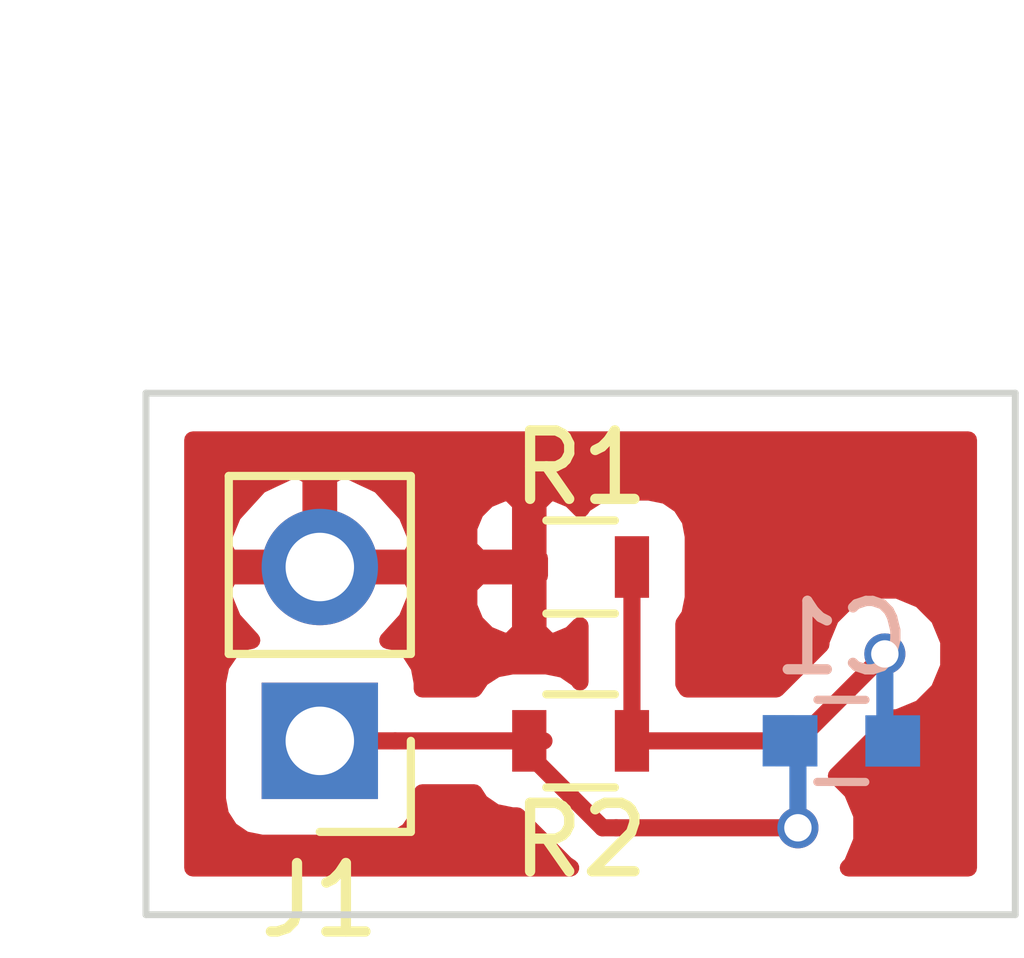
<source format=kicad_pcb>
(kicad_pcb (version 4) (host pcbnew 4.0.7+dfsg1-1)

  (general
    (links 5)
    (no_connects 0)
    (area 137.492381 96.36 152.55 110.085)
    (thickness 1.6)
    (drawings 5)
    (tracks 17)
    (zones 0)
    (modules 4)
    (nets 4)
  )

  (page A4)
  (layers
    (0 F.Cu signal)
    (31 B.Cu signal)
    (32 B.Adhes user)
    (33 F.Adhes user)
    (34 B.Paste user)
    (35 F.Paste user)
    (36 B.SilkS user)
    (37 F.SilkS user)
    (38 B.Mask user)
    (39 F.Mask user)
    (40 Dwgs.User user)
    (41 Cmts.User user)
    (42 Eco1.User user)
    (43 Eco2.User user)
    (44 Edge.Cuts user)
    (45 Margin user)
    (46 B.CrtYd user)
    (47 F.CrtYd user)
    (48 B.Fab user)
    (49 F.Fab user)
  )

  (setup
    (last_trace_width 0.25)
    (trace_clearance 0.2)
    (zone_clearance 0.508)
    (zone_45_only no)
    (trace_min 0.2)
    (segment_width 0.2)
    (edge_width 0.2)
    (via_size 0.6)
    (via_drill 0.4)
    (via_min_size 0.4)
    (via_min_drill 0.3)
    (uvia_size 0.3)
    (uvia_drill 0.1)
    (uvias_allowed no)
    (uvia_min_size 0.2)
    (uvia_min_drill 0.1)
    (pcb_text_width 0.3)
    (pcb_text_size 1.5 1.5)
    (mod_edge_width 0.15)
    (mod_text_size 1 1)
    (mod_text_width 0.15)
    (pad_size 0.8 0.75)
    (pad_drill 0)
    (pad_to_mask_clearance 0.2)
    (aux_axis_origin 0 0)
    (visible_elements FFFFFF7F)
    (pcbplotparams
      (layerselection 0x00030_80000001)
      (usegerberextensions false)
      (excludeedgelayer true)
      (linewidth 0.100000)
      (plotframeref false)
      (viasonmask false)
      (mode 1)
      (useauxorigin false)
      (hpglpennumber 1)
      (hpglpenspeed 20)
      (hpglpendiameter 15)
      (hpglpenoverlay 2)
      (psnegative false)
      (psa4output false)
      (plotreference true)
      (plotvalue true)
      (plotinvisibletext false)
      (padsonsilk false)
      (subtractmaskfromsilk false)
      (outputformat 1)
      (mirror false)
      (drillshape 1)
      (scaleselection 1)
      (outputdirectory ""))
  )

  (net 0 "")
  (net 1 "Net-(C1-Pad1)")
  (net 2 "Net-(J1-Pad2)")
  (net 3 GND)

  (net_class Default "This is the default net class."
    (clearance 0.2)
    (trace_width 0.25)
    (via_dia 0.6)
    (via_drill 0.4)
    (uvia_dia 0.3)
    (uvia_drill 0.1)
    (add_net GND)
    (add_net "Net-(C1-Pad1)")
    (add_net "Net-(J1-Pad2)")
  )

  (module Capacitors_SMD:C_0603 (layer B.Cu) (tedit 5A2A3416) (tstamp 5A29152D)
    (at 149.86 106.68 179.9)
    (descr "Capacitor SMD 0603, reflow soldering, AVX (see smccp.pdf)")
    (tags "capacitor 0603")
    (path /5A2915AE)
    (attr smd)
    (fp_text reference C1 (at 0 1.5 179.9) (layer B.SilkS)
      (effects (font (size 1 1) (thickness 0.15)) (justify mirror))
    )
    (fp_text value C (at 0 -1.5 179.9) (layer B.Fab)
      (effects (font (size 1 1) (thickness 0.15)) (justify mirror))
    )
    (fp_line (start 1.4 -0.65) (end -1.4 -0.65) (layer B.CrtYd) (width 0.05))
    (fp_line (start 1.4 -0.65) (end 1.4 0.65) (layer B.CrtYd) (width 0.05))
    (fp_line (start -1.4 0.65) (end -1.4 -0.65) (layer B.CrtYd) (width 0.05))
    (fp_line (start -1.4 0.65) (end 1.4 0.65) (layer B.CrtYd) (width 0.05))
    (fp_line (start 0.35 -0.6) (end -0.35 -0.6) (layer B.SilkS) (width 0.12))
    (fp_line (start -0.35 0.6) (end 0.35 0.6) (layer B.SilkS) (width 0.12))
    (fp_line (start -0.8 0.4) (end 0.8 0.4) (layer B.Fab) (width 0.1))
    (fp_line (start 0.8 0.4) (end 0.8 -0.4) (layer B.Fab) (width 0.1))
    (fp_line (start 0.8 -0.4) (end -0.8 -0.4) (layer B.Fab) (width 0.1))
    (fp_line (start -0.8 -0.4) (end -0.8 0.4) (layer B.Fab) (width 0.1))
    (fp_text user %R (at 0 0 179.9) (layer B.Fab)
      (effects (font (size 0.3 0.3) (thickness 0.075)) (justify mirror))
    )
    (pad 2 smd rect (at 0.75 0 179.9) (size 0.8 0.75) (layers B.Cu B.Paste B.Mask)
      (net 3 GND))
    (pad 1 smd rect (at -0.75 0 180) (size 0.8 0.75) (layers B.Cu B.Paste B.Mask)
      (net 1 "Net-(C1-Pad1)"))
    (model Capacitors_SMD.3dshapes/C_0603.wrl
      (at (xyz 0 0 0))
      (scale (xyz 1 1 1))
      (rotate (xyz 0 0 0))
    )
  )

  (module Pin_Headers:Pin_Header_Straight_1x02_Pitch2.54mm (layer F.Cu) (tedit 59650532) (tstamp 5A291533)
    (at 142.24 106.68 180)
    (descr "Through hole straight pin header, 1x02, 2.54mm pitch, single row")
    (tags "Through hole pin header THT 1x02 2.54mm single row")
    (path /5A2914CA)
    (fp_text reference J1 (at 0 -2.33 180) (layer F.SilkS)
      (effects (font (size 1 1) (thickness 0.15)))
    )
    (fp_text value Conn_01x02 (at 0 4.87 180) (layer F.Fab)
      (effects (font (size 1 1) (thickness 0.15)))
    )
    (fp_line (start -0.635 -1.27) (end 1.27 -1.27) (layer F.Fab) (width 0.1))
    (fp_line (start 1.27 -1.27) (end 1.27 3.81) (layer F.Fab) (width 0.1))
    (fp_line (start 1.27 3.81) (end -1.27 3.81) (layer F.Fab) (width 0.1))
    (fp_line (start -1.27 3.81) (end -1.27 -0.635) (layer F.Fab) (width 0.1))
    (fp_line (start -1.27 -0.635) (end -0.635 -1.27) (layer F.Fab) (width 0.1))
    (fp_line (start -1.33 3.87) (end 1.33 3.87) (layer F.SilkS) (width 0.12))
    (fp_line (start -1.33 1.27) (end -1.33 3.87) (layer F.SilkS) (width 0.12))
    (fp_line (start 1.33 1.27) (end 1.33 3.87) (layer F.SilkS) (width 0.12))
    (fp_line (start -1.33 1.27) (end 1.33 1.27) (layer F.SilkS) (width 0.12))
    (fp_line (start -1.33 0) (end -1.33 -1.33) (layer F.SilkS) (width 0.12))
    (fp_line (start -1.33 -1.33) (end 0 -1.33) (layer F.SilkS) (width 0.12))
    (fp_line (start -1.8 -1.8) (end -1.8 4.35) (layer F.CrtYd) (width 0.05))
    (fp_line (start -1.8 4.35) (end 1.8 4.35) (layer F.CrtYd) (width 0.05))
    (fp_line (start 1.8 4.35) (end 1.8 -1.8) (layer F.CrtYd) (width 0.05))
    (fp_line (start 1.8 -1.8) (end -1.8 -1.8) (layer F.CrtYd) (width 0.05))
    (fp_text user %R (at 0 1.27 270) (layer F.Fab)
      (effects (font (size 1 1) (thickness 0.15)))
    )
    (pad 1 thru_hole rect (at 0 0 180) (size 1.7 1.7) (drill 1) (layers *.Cu *.Mask)
      (net 3 GND))
    (pad 2 thru_hole oval (at 0 2.54 180) (size 1.7 1.7) (drill 1) (layers *.Cu *.Mask)
      (net 2 "Net-(J1-Pad2)"))
    (model ${KISYS3DMOD}/Pin_Headers.3dshapes/Pin_Header_Straight_1x02_Pitch2.54mm.wrl
      (at (xyz 0 0 0))
      (scale (xyz 1 1 1))
      (rotate (xyz 0 0 0))
    )
  )

  (module Resistors_SMD:R_0603 (layer F.Cu) (tedit 58E0A804) (tstamp 5A291539)
    (at 146.05 104.14)
    (descr "Resistor SMD 0603, reflow soldering, Vishay (see dcrcw.pdf)")
    (tags "resistor 0603")
    (path /5A29147F)
    (attr smd)
    (fp_text reference R1 (at 0 -1.45) (layer F.SilkS)
      (effects (font (size 1 1) (thickness 0.15)))
    )
    (fp_text value R (at 0 1.5) (layer F.Fab)
      (effects (font (size 1 1) (thickness 0.15)))
    )
    (fp_text user %R (at 0 0) (layer F.Fab)
      (effects (font (size 0.4 0.4) (thickness 0.075)))
    )
    (fp_line (start -0.8 0.4) (end -0.8 -0.4) (layer F.Fab) (width 0.1))
    (fp_line (start 0.8 0.4) (end -0.8 0.4) (layer F.Fab) (width 0.1))
    (fp_line (start 0.8 -0.4) (end 0.8 0.4) (layer F.Fab) (width 0.1))
    (fp_line (start -0.8 -0.4) (end 0.8 -0.4) (layer F.Fab) (width 0.1))
    (fp_line (start 0.5 0.68) (end -0.5 0.68) (layer F.SilkS) (width 0.12))
    (fp_line (start -0.5 -0.68) (end 0.5 -0.68) (layer F.SilkS) (width 0.12))
    (fp_line (start -1.25 -0.7) (end 1.25 -0.7) (layer F.CrtYd) (width 0.05))
    (fp_line (start -1.25 -0.7) (end -1.25 0.7) (layer F.CrtYd) (width 0.05))
    (fp_line (start 1.25 0.7) (end 1.25 -0.7) (layer F.CrtYd) (width 0.05))
    (fp_line (start 1.25 0.7) (end -1.25 0.7) (layer F.CrtYd) (width 0.05))
    (pad 1 smd rect (at -0.75 0) (size 0.5 0.9) (layers F.Cu F.Paste F.Mask)
      (net 2 "Net-(J1-Pad2)"))
    (pad 2 smd rect (at 0.75 0) (size 0.5 0.9) (layers F.Cu F.Paste F.Mask)
      (net 1 "Net-(C1-Pad1)"))
    (model ${KISYS3DMOD}/Resistors_SMD.3dshapes/R_0603.wrl
      (at (xyz 0 0 0))
      (scale (xyz 1 1 1))
      (rotate (xyz 0 0 0))
    )
  )

  (module Resistors_SMD:R_0603 (layer F.Cu) (tedit 58E0A804) (tstamp 5A29153F)
    (at 146.05 106.68 180)
    (descr "Resistor SMD 0603, reflow soldering, Vishay (see dcrcw.pdf)")
    (tags "resistor 0603")
    (path /5A29151D)
    (attr smd)
    (fp_text reference R2 (at 0 -1.45 180) (layer F.SilkS)
      (effects (font (size 1 1) (thickness 0.15)))
    )
    (fp_text value R (at 0 1.5 180) (layer F.Fab)
      (effects (font (size 1 1) (thickness 0.15)))
    )
    (fp_text user %R (at 0 0 180) (layer F.Fab)
      (effects (font (size 0.4 0.4) (thickness 0.075)))
    )
    (fp_line (start -0.8 0.4) (end -0.8 -0.4) (layer F.Fab) (width 0.1))
    (fp_line (start 0.8 0.4) (end -0.8 0.4) (layer F.Fab) (width 0.1))
    (fp_line (start 0.8 -0.4) (end 0.8 0.4) (layer F.Fab) (width 0.1))
    (fp_line (start -0.8 -0.4) (end 0.8 -0.4) (layer F.Fab) (width 0.1))
    (fp_line (start 0.5 0.68) (end -0.5 0.68) (layer F.SilkS) (width 0.12))
    (fp_line (start -0.5 -0.68) (end 0.5 -0.68) (layer F.SilkS) (width 0.12))
    (fp_line (start -1.25 -0.7) (end 1.25 -0.7) (layer F.CrtYd) (width 0.05))
    (fp_line (start -1.25 -0.7) (end -1.25 0.7) (layer F.CrtYd) (width 0.05))
    (fp_line (start 1.25 0.7) (end 1.25 -0.7) (layer F.CrtYd) (width 0.05))
    (fp_line (start 1.25 0.7) (end -1.25 0.7) (layer F.CrtYd) (width 0.05))
    (pad 1 smd rect (at -0.75 0 180) (size 0.5 0.9) (layers F.Cu F.Paste F.Mask)
      (net 1 "Net-(C1-Pad1)"))
    (pad 2 smd rect (at 0.75 0 180) (size 0.5 0.9) (layers F.Cu F.Paste F.Mask)
      (net 3 GND))
    (model ${KISYS3DMOD}/Resistors_SMD.3dshapes/R_0603.wrl
      (at (xyz 0 0 0))
      (scale (xyz 1 1 1))
      (rotate (xyz 0 0 0))
    )
  )

  (dimension 12.7 (width 0.3) (layer Dwgs.User)
    (gr_text "12,700 mm" (at 146.05 97.71) (layer Dwgs.User)
      (effects (font (size 1.5 1.5) (thickness 0.3)))
    )
    (feature1 (pts (xy 152.4 101.6) (xy 152.4 96.36)))
    (feature2 (pts (xy 139.7 101.6) (xy 139.7 96.36)))
    (crossbar (pts (xy 139.7 99.06) (xy 152.4 99.06)))
    (arrow1a (pts (xy 152.4 99.06) (xy 151.273496 99.646421)))
    (arrow1b (pts (xy 152.4 99.06) (xy 151.273496 98.473579)))
    (arrow2a (pts (xy 139.7 99.06) (xy 140.826504 99.646421)))
    (arrow2b (pts (xy 139.7 99.06) (xy 140.826504 98.473579)))
  )
  (gr_line (start 139.7 109.22) (end 139.7 101.6) (layer Edge.Cuts) (width 0.1))
  (gr_line (start 152.4 109.22) (end 139.7 109.22) (layer Edge.Cuts) (width 0.1))
  (gr_line (start 152.4 101.6) (end 152.4 109.22) (layer Edge.Cuts) (width 0.1))
  (gr_line (start 139.7 101.6) (end 152.4 101.6) (layer Edge.Cuts) (width 0.1))

  (segment (start 150.495 105.41) (end 150.495 106.56631) (width 0.25) (layer B.Cu) (net 1))
  (segment (start 150.495 106.56631) (end 150.609999 106.681309) (width 0.25) (layer B.Cu) (net 1))
  (segment (start 146.8 106.68) (end 149.225 106.68) (width 0.25) (layer F.Cu) (net 1))
  (segment (start 149.225 106.68) (end 150.495 105.41) (width 0.25) (layer F.Cu) (net 1))
  (via (at 150.495 105.41) (size 0.6) (drill 0.4) (layers F.Cu B.Cu) (net 1))
  (segment (start 146.8 106.68) (end 146.8 106.48) (width 0.25) (layer F.Cu) (net 1))
  (segment (start 146.8 106.48) (end 146.8 104.14) (width 0.25) (layer F.Cu) (net 1))
  (segment (start 142.24 104.14) (end 145.3 104.14) (width 0.25) (layer F.Cu) (net 2))
  (segment (start 149.225 107.95) (end 149.225 106.79369) (width 0.25) (layer B.Cu) (net 3))
  (segment (start 149.225 106.79369) (end 149.110001 106.678691) (width 0.25) (layer B.Cu) (net 3))
  (segment (start 145.3 106.68) (end 145.3 106.88) (width 0.25) (layer F.Cu) (net 3))
  (segment (start 145.3 106.88) (end 146.37 107.95) (width 0.25) (layer F.Cu) (net 3))
  (segment (start 146.37 107.95) (end 146.57 107.95) (width 0.25) (layer F.Cu) (net 3))
  (segment (start 146.57 107.95) (end 149.225 107.95) (width 0.25) (layer F.Cu) (net 3))
  (via (at 149.225 107.95) (size 0.6) (drill 0.4) (layers F.Cu B.Cu) (net 3))
  (segment (start 145.514998 106.68) (end 143.34 106.68) (width 0.25) (layer F.Cu) (net 3))
  (segment (start 143.34 106.68) (end 142.24 106.68) (width 0.25) (layer F.Cu) (net 3))

  (zone (net 2) (net_name "Net-(J1-Pad2)") (layer F.Cu) (tstamp 0) (hatch edge 0.508)
    (connect_pads (clearance 0.508))
    (min_thickness 0.254)
    (fill yes (arc_segments 16) (thermal_gap 0.508) (thermal_bridge_width 0.508))
    (polygon
      (pts
        (xy 152.4 101.6) (xy 139.7 101.6) (xy 139.7 109.22) (xy 152.4 109.22)
      )
    )
    (filled_polygon
      (pts
        (xy 151.715 108.535) (xy 149.962424 108.535) (xy 150.017192 108.480327) (xy 150.159838 108.136799) (xy 150.160162 107.764833)
        (xy 150.018117 107.421057) (xy 149.788631 107.191171) (xy 150.63468 106.345122) (xy 150.680167 106.345162) (xy 151.023943 106.203117)
        (xy 151.287192 105.940327) (xy 151.429838 105.596799) (xy 151.430162 105.224833) (xy 151.288117 104.881057) (xy 151.025327 104.617808)
        (xy 150.681799 104.475162) (xy 150.309833 104.474838) (xy 149.966057 104.616883) (xy 149.702808 104.879673) (xy 149.560162 105.223201)
        (xy 149.560121 105.270077) (xy 148.910198 105.92) (xy 147.605105 105.92) (xy 147.56 105.849905) (xy 147.56 104.968386)
        (xy 147.646431 104.84189) (xy 147.69744 104.59) (xy 147.69744 103.69) (xy 147.653162 103.454683) (xy 147.51409 103.238559)
        (xy 147.30189 103.093569) (xy 147.05 103.04256) (xy 146.55 103.04256) (xy 146.314683 103.086838) (xy 146.098559 103.22591)
        (xy 146.052031 103.294006) (xy 145.909698 103.151673) (xy 145.676309 103.055) (xy 145.58375 103.055) (xy 145.425 103.21375)
        (xy 145.425 104.013) (xy 145.447 104.013) (xy 145.447 104.267) (xy 145.425 104.267) (xy 145.425 105.06625)
        (xy 145.58375 105.225) (xy 145.676309 105.225) (xy 145.909698 105.128327) (xy 146.04 104.998026) (xy 146.04 105.818824)
        (xy 146.01409 105.778559) (xy 145.80189 105.633569) (xy 145.55 105.58256) (xy 145.05 105.58256) (xy 144.814683 105.626838)
        (xy 144.598559 105.76591) (xy 144.493274 105.92) (xy 143.73744 105.92) (xy 143.73744 105.83) (xy 143.693162 105.594683)
        (xy 143.55409 105.378559) (xy 143.34189 105.233569) (xy 143.233893 105.211699) (xy 143.511645 104.906924) (xy 143.681476 104.49689)
        (xy 143.643933 104.42575) (xy 144.415 104.42575) (xy 144.415 104.71631) (xy 144.511673 104.949699) (xy 144.690302 105.128327)
        (xy 144.923691 105.225) (xy 145.01625 105.225) (xy 145.175 105.06625) (xy 145.175 104.267) (xy 144.57375 104.267)
        (xy 144.415 104.42575) (xy 143.643933 104.42575) (xy 143.560155 104.267) (xy 142.367 104.267) (xy 142.367 104.287)
        (xy 142.113 104.287) (xy 142.113 104.267) (xy 140.919845 104.267) (xy 140.798524 104.49689) (xy 140.968355 104.906924)
        (xy 141.244501 105.209937) (xy 141.154683 105.226838) (xy 140.938559 105.36591) (xy 140.793569 105.57811) (xy 140.74256 105.83)
        (xy 140.74256 107.53) (xy 140.786838 107.765317) (xy 140.92591 107.981441) (xy 141.13811 108.126431) (xy 141.39 108.17744)
        (xy 143.09 108.17744) (xy 143.325317 108.133162) (xy 143.541441 107.99409) (xy 143.686431 107.78189) (xy 143.73744 107.53)
        (xy 143.73744 107.44) (xy 144.494895 107.44) (xy 144.58591 107.581441) (xy 144.79811 107.726431) (xy 145.05 107.77744)
        (xy 145.122638 107.77744) (xy 145.832599 108.487401) (xy 145.903836 108.535) (xy 140.385 108.535) (xy 140.385 103.78311)
        (xy 140.798524 103.78311) (xy 140.919845 104.013) (xy 142.113 104.013) (xy 142.113 102.819181) (xy 142.367 102.819181)
        (xy 142.367 104.013) (xy 143.560155 104.013) (xy 143.681476 103.78311) (xy 143.590595 103.56369) (xy 144.415 103.56369)
        (xy 144.415 103.85425) (xy 144.57375 104.013) (xy 145.175 104.013) (xy 145.175 103.21375) (xy 145.01625 103.055)
        (xy 144.923691 103.055) (xy 144.690302 103.151673) (xy 144.511673 103.330301) (xy 144.415 103.56369) (xy 143.590595 103.56369)
        (xy 143.511645 103.373076) (xy 143.121358 102.944817) (xy 142.596892 102.698514) (xy 142.367 102.819181) (xy 142.113 102.819181)
        (xy 141.883108 102.698514) (xy 141.358642 102.944817) (xy 140.968355 103.373076) (xy 140.798524 103.78311) (xy 140.385 103.78311)
        (xy 140.385 102.285) (xy 151.715 102.285)
      )
    )
  )
)
='#n380'>380</a>
<a id='n381' href='#n381'>381</a>
<a id='n382' href='#n382'>382</a>
<a id='n383' href='#n383'>383</a>
<a id='n384' href='#n384'>384</a>
<a id='n385' href='#n385'>385</a>
<a id='n386' href='#n386'>386</a>
<a id='n387' href='#n387'>387</a>
<a id='n388' href='#n388'>388</a>
<a id='n389' href='#n389'>389</a>
<a id='n390' href='#n390'>390</a>
<a id='n391' href='#n391'>391</a>
<a id='n392' href='#n392'>392</a>
<a id='n393' href='#n393'>393</a>
<a id='n394' href='#n394'>394</a>
<a id='n395' href='#n395'>395</a>
<a id='n396' href='#n396'>396</a>
<a id='n397' href='#n397'>397</a>
<a id='n398' href='#n398'>398</a>
<a id='n399' href='#n399'>399</a>
<a id='n400' href='#n400'>400</a>
<a id='n401' href='#n401'>401</a>
<a id='n402' href='#n402'>402</a>
<a id='n403' href='#n403'>403</a>
<a id='n404' href='#n404'>404</a>
<a id='n405' href='#n405'>405</a>
<a id='n406' href='#n406'>406</a>
<a id='n407' href='#n407'>407</a>
<a id='n408' href='#n408'>408</a>
<a id='n409' href='#n409'>409</a>
<a id='n410' href='#n410'>410</a>
<a id='n411' href='#n411'>411</a>
<a id='n412' href='#n412'>412</a>
<a id='n413' href='#n413'>413</a>
<a id='n414' href='#n414'>414</a>
<a id='n415' href='#n415'>415</a>
<a id='n416' href='#n416'>416</a>
<a id='n417' href='#n417'>417</a>
<a id='n418' href='#n418'>418</a>
<a id='n419' href='#n419'>419</a>
<a id='n420' href='#n420'>420</a>
<a id='n421' href='#n421'>421</a>
<a id='n422' href='#n422'>422</a>
<a id='n423' href='#n423'>423</a>
<a id='n424' href='#n424'>424</a>
<a id='n425' href='#n425'>425</a>
<a id='n426' href='#n426'>426</a>
<a id='n427' href='#n427'>427</a>
<a id='n428' href='#n428'>428</a>
<a id='n429' href='#n429'>429</a>
<a id='n430' href='#n430'>430</a>
<a id='n431' href='#n431'>431</a>
<a id='n432' href='#n432'>432</a>
<a id='n433' href='#n433'>433</a>
<a id='n434' href='#n434'>434</a>
<a id='n435' href='#n435'>435</a>
<a id='n436' href='#n436'>436</a>
<a id='n437' href='#n437'>437</a>
<a id='n438' href='#n438'>438</a>
<a id='n439' href='#n439'>439</a>
<a id='n440' href='#n440'>440</a>
<a id='n441' href='#n441'>441</a>
<a id='n442' href='#n442'>442</a>
<a id='n443' href='#n443'>443</a>
<a id='n444' href='#n444'>444</a>
<a id='n445' href='#n445'>445</a>
<a id='n446' href='#n446'>446</a>
<a id='n447' href='#n447'>447</a>
<a id='n448' href='#n448'>448</a>
<a id='n449' href='#n449'>449</a>
<a id='n450' href='#n450'>450</a>
<a id='n451' href='#n451'>451</a>
<a id='n452' href='#n452'>452</a>
<a id='n453' href='#n453'>453</a>
<a id='n454' href='#n454'>454</a>
<a id='n455' href='#n455'>455</a>
<a id='n456' href='#n456'>456</a>
<a id='n457' href='#n457'>457</a>
<a id='n458' href='#n458'>458</a>
<a id='n459' href='#n459'>459</a>
<a id='n460' href='#n460'>460</a>
<a id='n461' href='#n461'>461</a>
<a id='n462' href='#n462'>462</a>
<a id='n463' href='#n463'>463</a>
<a id='n464' href='#n464'>464</a>
<a id='n465' href='#n465'>465</a>
<a id='n466' href='#n466'>466</a>
<a id='n467' href='#n467'>467</a>
<a id='n468' href='#n468'>468</a>
<a id='n469' href='#n469'>469</a>
<a id='n470' href='#n470'>470</a>
<a id='n471' href='#n471'>471</a>
<a id='n472' href='#n472'>472</a>
<a id='n473' href='#n473'>473</a>
<a id='n474' href='#n474'>474</a>
<a id='n475' href='#n475'>475</a>
<a id='n476' href='#n476'>476</a>
<a id='n477' href='#n477'>477</a>
<a id='n478' href='#n478'>478</a>
<a id='n479' href='#n479'>479</a>
<a id='n480' href='#n480'>480</a>
<a id='n481' href='#n481'>481</a>
<a id='n482' href='#n482'>482</a>
<a id='n483' href='#n483'>483</a>
<a id='n484' href='#n484'>484</a>
<a id='n485' href='#n485'>485</a>
<a id='n486' href='#n486'>486</a>
<a id='n487' href='#n487'>487</a>
<a id='n488' href='#n488'>488</a>
<a id='n489' href='#n489'>489</a>
<a id='n490' href='#n490'>490</a>
<a id='n491' href='#n491'>491</a>
<a id='n492' href='#n492'>492</a>
<a id='n493' href='#n493'>493</a>
<a id='n494' href='#n494'>494</a>
<a id='n495' href='#n495'>495</a>
<a id='n496' href='#n496'>496</a>
<a id='n497' href='#n497'>497</a>
<a id='n498' href='#n498'>498</a>
<a id='n499' href='#n499'>499</a>
<a id='n500' href='#n500'>500</a>
<a id='n501' href='#n501'>501</a>
<a id='n502' href='#n502'>502</a>
<a id='n503' href='#n503'>503</a>
<a id='n504' href='#n504'>504</a>
<a id='n505' href='#n505'>505</a>
<a id='n506' href='#n506'>506</a>
<a id='n507' href='#n507'>507</a>
<a id='n508' href='#n508'>508</a>
<a id='n509' href='#n509'>509</a>
<a id='n510' href='#n510'>510</a>
<a id='n511' href='#n511'>511</a>
<a id='n512' href='#n512'>512</a>
<a id='n513' href='#n513'>513</a>
<a id='n514' href='#n514'>514</a>
<a id='n515' href='#n515'>515</a>
<a id='n516' href='#n516'>516</a>
<a id='n517' href='#n517'>517</a>
<a id='n518' href='#n518'>518</a>
<a id='n519' href='#n519'>519</a>
<a id='n520' href='#n520'>520</a>
<a id='n521' href='#n521'>521</a>
<a id='n522' href='#n522'>522</a>
<a id='n523' href='#n523'>523</a>
<a id='n524' href='#n524'>524</a>
<a id='n525' href='#n525'>525</a>
<a id='n526' href='#n526'>526</a>
<a id='n527' href='#n527'>527</a>
<a id='n528' href='#n528'>528</a>
<a id='n529' href='#n529'>529</a>
<a id='n530' href='#n530'>530</a>
<a id='n531' href='#n531'>531</a>
<a id='n532' href='#n532'>532</a>
<a id='n533' href='#n533'>533</a>
<a id='n534' href='#n534'>534</a>
<a id='n535' href='#n535'>535</a>
<a id='n536' href='#n536'>536</a>
<a id='n537' href='#n537'>537</a>
<a id='n538' href='#n538'>538</a>
<a id='n539' href='#n539'>539</a>
<a id='n540' href='#n540'>540</a>
<a id='n541' href='#n541'>541</a>
<a id='n542' href='#n542'>542</a>
<a id='n543' href='#n543'>543</a>
<a id='n544' href='#n544'>544</a>
<a id='n545' href='#n545'>545</a>
<a id='n546' href='#n546'>546</a>
<a id='n547' href='#n547'>547</a>
<a id='n548' href='#n548'>548</a>
<a id='n549' href='#n549'>549</a>
<a id='n550' href='#n550'>550</a>
<a id='n551' href='#n551'>551</a>
<a id='n552' href='#n552'>552</a>
<a id='n553' href='#n553'>553</a>
<a id='n554' href='#n554'>554</a>
<a id='n555' href='#n555'>555</a>
<a id='n556' href='#n556'>556</a>
<a id='n557' href='#n557'>557</a>
<a id='n558' href='#n558'>558</a>
<a id='n559' href='#n559'>559</a>
<a id='n560' href='#n560'>560</a>
<a id='n561' href='#n561'>561</a>
<a id='n562' href='#n562'>562</a>
<a id='n563' href='#n563'>563</a>
<a id='n564' href='#n564'>564</a>
<a id='n565' href='#n565'>565</a>
<a id='n566' href='#n566'>566</a>
<a id='n567' href='#n567'>567</a>
<a id='n568' href='#n568'>568</a>
<a id='n569' href='#n569'>569</a>
<a id='n570' href='#n570'>570</a>
<a id='n571' href='#n571'>571</a>
<a id='n572' href='#n572'>572</a>
<a id='n573' href='#n573'>573</a>
<a id='n574' href='#n574'>574</a>
<a id='n575' href='#n575'>575</a>
<a id='n576' href='#n576'>576</a>
<a id='n577' href='#n577'>577</a>
<a id='n578' href='#n578'>578</a>
<a id='n579' href='#n579'>579</a>
<a id='n580' href='#n580'>580</a>
<a id='n581' href='#n581'>581</a>
<a id='n582' href='#n582'>582</a>
<a id='n583' href='#n583'>583</a>
<a id='n584' href='#n584'>584</a>
<a id='n585' href='#n585'>585</a>
<a id='n586' href='#n586'>586</a>
<a id='n587' href='#n587'>587</a>
<a id='n588' href='#n588'>588</a>
<a id='n589' href='#n589'>589</a>
<a id='n590' href='#n590'>590</a>
<a id='n591' href='#n591'>591</a>
<a id='n592' href='#n592'>592</a>
<a id='n593' href='#n593'>593</a>
<a id='n594' href='#n594'>594</a>
<a id='n595' href='#n595'>595</a>
<a id='n596' href='#n596'>596</a>
<a id='n597' href='#n597'>597</a>
<a id='n598' href='#n598'>598</a>
<a id='n599' href='#n599'>599</a>
<a id='n600' href='#n600'>600</a>
<a id='n601' href='#n601'>601</a>
<a id='n602' href='#n602'>602</a>
<a id='n603' href='#n603'>603</a>
<a id='n604' href='#n604'>604</a>
<a id='n605' href='#n605'>605</a>
<a id='n606' href='#n606'>606</a>
<a id='n607' href='#n607'>607</a>
<a id='n608' href='#n608'>608</a>
<a id='n609' href='#n609'>609</a>
<a id='n610' href='#n610'>610</a>
<a id='n611' href='#n611'>611</a>
<a id='n612' href='#n612'>612</a>
<a id='n613' href='#n613'>613</a>
<a id='n614' href='#n614'>614</a>
<a id='n615' href='#n615'>615</a>
<a id='n616' href='#n616'>616</a>
<a id='n617' href='#n617'>617</a>
<a id='n618' href='#n618'>618</a>
<a id='n619' href='#n619'>619</a>
<a id='n620' href='#n620'>620</a>
<a id='n621' href='#n621'>621</a>
<a id='n622' href='#n622'>622</a>
<a id='n623' href='#n623'>623</a>
<a id='n624' href='#n624'>624</a>
<a id='n625' href='#n625'>625</a>
<a id='n626' href='#n626'>626</a>
<a id='n627' href='#n627'>627</a>
<a id='n628' href='#n628'>628</a>
<a id='n629' href='#n629'>629</a>
<a id='n630' href='#n630'>630</a>
<a id='n631' href='#n631'>631</a>
<a id='n632' href='#n632'>632</a>
<a id='n633' href='#n633'>633</a>
<a id='n634' href='#n634'>634</a>
<a id='n635' href='#n635'>635</a>
<a id='n636' href='#n636'>636</a>
<a id='n637' href='#n637'>637</a>
<a id='n638' href='#n638'>638</a>
<a id='n639' href='#n639'>639</a>
<a id='n640' href='#n640'>640</a>
<a id='n641' href='#n641'>641</a>
<a id='n642' href='#n642'>642</a>
<a id='n643' href='#n643'>643</a>
<a id='n644' href='#n644'>644</a>
<a id='n645' href='#n645'>645</a>
<a id='n646' href='#n646'>646</a>
<a id='n647' href='#n647'>647</a>
<a id='n648' href='#n648'>648</a>
<a id='n649' href='#n649'>649</a>
<a id='n650' href='#n650'>650</a>
<a id='n651' href='#n651'>651</a>
<a id='n652' href='#n652'>652</a>
<a id='n653' href='#n653'>653</a>
<a id='n654' href='#n654'>654</a>
<a id='n655' href='#n655'>655</a>
<a id='n656' href='#n656'>656</a>
<a id='n657' href='#n657'>657</a>
<a id='n658' href='#n658'>658</a>
<a id='n659' href='#n659'>659</a>
<a id='n660' href='#n660'>660</a>
<a id='n661' href='#n661'>661</a>
<a id='n662' href='#n662'>662</a>
<a id='n663' href='#n663'>663</a>
<a id='n664' href='#n664'>664</a>
<a id='n665' href='#n665'>665</a>
<a id='n666' href='#n666'>666</a>
<a id='n667' href='#n667'>667</a>
<a id='n668' href='#n668'>668</a>
<a id='n669' href='#n669'>669</a>
<a id='n670' href='#n670'>670</a>
<a id='n671' href='#n671'>671</a>
<a id='n672' href='#n672'>672</a>
<a id='n673' href='#n673'>673</a>
<a id='n674' href='#n674'>674</a>
<a id='n675' href='#n675'>675</a>
<a id='n676' href='#n676'>676</a>
<a id='n677' href='#n677'>677</a>
<a id='n678' href='#n678'>678</a>
<a id='n679' href='#n679'>679</a>
<a id='n680' href='#n680'>680</a>
<a id='n681' href='#n681'>681</a>
<a id='n682' href='#n682'>682</a>
<a id='n683' href='#n683'>683</a>
<a id='n684' href='#n684'>684</a>
<a id='n685' href='#n685'>685</a>
<a id='n686' href='#n686'>686</a>
<a id='n687' href='#n687'>687</a>
<a id='n688' href='#n688'>688</a>
<a id='n689' href='#n689'>689</a>
<a id='n690' href='#n690'>690</a>
<a id='n691' href='#n691'>691</a>
<a id='n692' href='#n692'>692</a>
<a id='n693' href='#n693'>693</a>
<a id='n694' href='#n694'>694</a>
<a id='n695' href='#n695'>695</a>
<a id='n696' href='#n696'>696</a>
<a id='n697' href='#n697'>697</a>
<a id='n698' href='#n698'>698</a>
<a id='n699' href='#n699'>699</a>
<a id='n700' href='#n700'>700</a>
<a id='n701' href='#n701'>701</a>
<a id='n702' href='#n702'>702</a>
<a id='n703' href='#n703'>703</a>
<a id='n704' href='#n704'>704</a>
<a id='n705' href='#n705'>705</a>
<a id='n706' href='#n706'>706</a>
<a id='n707' href='#n707'>707</a>
<a id='n708' href='#n708'>708</a>
<a id='n709' href='#n709'>709</a>
<a id='n710' href='#n710'>710</a>
<a id='n711' href='#n711'>711</a>
<a id='n712' href='#n712'>712</a>
<a id='n713' href='#n713'>713</a>
<a id='n714' href='#n714'>714</a>
<a id='n715' href='#n715'>715</a>
<a id='n716' href='#n716'>716</a>
<a id='n717' href='#n717'>717</a>
<a id='n718' href='#n718'>718</a>
<a id='n719' href='#n719'>719</a>
<a id='n720' href='#n720'>720</a>
<a id='n721' href='#n721'>721</a>
<a id='n722' href='#n722'>722</a>
<a id='n723' href='#n723'>723</a>
<a id='n724' href='#n724'>724</a>
<a id='n725' href='#n725'>725</a>
<a id='n726' href='#n726'>726</a>
<a id='n727' href='#n727'>727</a>
<a id='n728' href='#n728'>728</a>
<a id='n729' href='#n729'>729</a>
<a id='n730' href='#n730'>730</a>
<a id='n731' href='#n731'>731</a>
<a id='n732' href='#n732'>732</a>
<a id='n733' href='#n733'>733</a>
<a id='n734' href='#n734'>734</a>
<a id='n735' href='#n735'>735</a>
<a id='n736' href='#n736'>736</a>
<a id='n737' href='#n737'>737</a>
<a id='n738' href='#n738'>738</a>
<a id='n739' href='#n739'>739</a>
<a id='n740' href='#n740'>740</a>
<a id='n741' href='#n741'>741</a>
<a id='n742' href='#n742'>742</a>
<a id='n743' href='#n743'>743</a>
<a id='n744' href='#n744'>744</a>
<a id='n745' href='#n745'>745</a>
<a id='n746' href='#n746'>746</a>
<a id='n747' href='#n747'>747</a>
<a id='n748' href='#n748'>748</a>
<a id='n749' href='#n749'>749</a>
<a id='n750' href='#n750'>750</a>
<a id='n751' href='#n751'>751</a>
<a id='n752' href='#n752'>752</a>
<a id='n753' href='#n753'>753</a>
<a id='n754' href='#n754'>754</a>
<a id='n755' href='#n755'>755</a>
<a id='n756' href='#n756'>756</a>
<a id='n757' href='#n757'>757</a>
<a id='n758' href='#n758'>758</a>
<a id='n759' href='#n759'>759</a>
<a id='n760' href='#n760'>760</a>
<a id='n761' href='#n761'>761</a>
<a id='n762' href='#n762'>762</a>
<a id='n763' href='#n763'>763</a>
<a id='n764' href='#n764'>764</a>
<a id='n765' href='#n765'>765</a>
<a id='n766' href='#n766'>766</a>
<a id='n767' href='#n767'>767</a>
<a id='n768' href='#n768'>768</a>
<a id='n769' href='#n769'>769</a>
<a id='n770' href='#n770'>770</a>
<a id='n771' href='#n771'>771</a>
<a id='n772' href='#n772'>772</a>
<a id='n773' href='#n773'>773</a>
<a id='n774' href='#n774'>774</a>
<a id='n775' href='#n775'>775</a>
<a id='n776' href='#n776'>776</a>
<a id='n777' href='#n777'>777</a>
<a id='n778' href='#n778'>778</a>
<a id='n779' href='#n779'>779</a>
<a id='n780' href='#n780'>780</a>
<a id='n781' href='#n781'>781</a>
<a id='n782' href='#n782'>782</a>
<a id='n783' href='#n783'>783</a>
<a id='n784' href='#n784'>784</a>
<a id='n785' href='#n785'>785</a>
<a id='n786' href='#n786'>786</a>
<a id='n787' href='#n787'>787</a>
<a id='n788' href='#n788'>788</a>
<a id='n789' href='#n789'>789</a>
<a id='n790' href='#n790'>790</a>
<a id='n791' href='#n791'>791</a>
<a id='n792' href='#n792'>792</a>
<a id='n793' href='#n793'>793</a>
<a id='n794' href='#n794'>794</a>
<a id='n795' href='#n795'>795</a>
<a id='n796' href='#n796'>796</a>
<a id='n797' href='#n797'>797</a>
<a id='n798' href='#n798'>798</a>
<a id='n799' href='#n799'>799</a>
<a id='n800' href='#n800'>800</a>
<a id='n801' href='#n801'>801</a>
<a id='n802' href='#n802'>802</a>
<a id='n803' href='#n803'>803</a>
<a id='n804' href='#n804'>804</a>
<a id='n805' href='#n805'>805</a>
<a id='n806' href='#n806'>806</a>
<a id='n807' href='#n807'>807</a>
<a id='n808' href='#n808'>808</a>
<a id='n809' href='#n809'>809</a>
<a id='n810' href='#n810'>810</a>
<a id='n811' href='#n811'>811</a>
<a id='n812' href='#n812'>812</a>
<a id='n813' href='#n813'>813</a>
<a id='n814' href='#n814'>814</a>
<a id='n815' href='#n815'>815</a>
<a id='n816' href='#n816'>816</a>
<a id='n817' href='#n817'>817</a>
<a id='n818' href='#n818'>818</a>
<a id='n819' href='#n819'>819</a>
<a id='n820' href='#n820'>820</a>
<a id='n821' href='#n821'>821</a>
<a id='n822' href='#n822'>822</a>
<a id='n823' href='#n823'>823</a>
<a id='n824' href='#n824'>824</a>
<a id='n825' href='#n825'>825</a>
<a id='n826' href='#n826'>826</a>
<a id='n827' href='#n827'>827</a>
<a id='n828' href='#n828'>828</a>
<a id='n829' href='#n829'>829</a>
<a id='n830' href='#n830'>830</a>
<a id='n831' href='#n831'>831</a>
<a id='n832' href='#n832'>832</a>
<a id='n833' href='#n833'>833</a>
<a id='n834' href='#n834'>834</a>
<a id='n835' href='#n835'>835</a>
<a id='n836' href='#n836'>836</a>
<a id='n837' href='#n837'>837</a>
<a id='n838' href='#n838'>838</a>
<a id='n839' href='#n839'>839</a>
<a id='n840' href='#n840'>840</a>
<a id='n841' href='#n841'>841</a>
<a id='n842' href='#n842'>842</a>
<a id='n843' href='#n843'>843</a>
<a id='n844' href='#n844'>844</a>
<a id='n845' href='#n845'>845</a>
<a id='n846' href='#n846'>846</a>
<a id='n847' href='#n847'>847</a>
<a id='n848' href='#n848'>848</a>
<a id='n849' href='#n849'>849</a>
<a id='n850' href='#n850'>850</a>
<a id='n851' href='#n851'>851</a>
<a id='n852' href='#n852'>852</a>
<a id='n853' href='#n853'>853</a>
<a id='n854' href='#n854'>854</a>
<a id='n855' href='#n855'>855</a>
<a id='n856' href='#n856'>856</a>
<a id='n857' href='#n857'>857</a>
<a id='n858' href='#n858'>858</a>
<a id='n859' href='#n859'>859</a>
<a id='n860' href='#n860'>860</a>
<a id='n861' href='#n861'>861</a>
<a id='n862' href='#n862'>862</a>
<a id='n863' href='#n863'>863</a>
<a id='n864' href='#n864'>864</a>
<a id='n865' href='#n865'>865</a>
<a id='n866' href='#n866'>866</a>
<a id='n867' href='#n867'>867</a>
<a id='n868' href='#n868'>868</a>
<a id='n869' href='#n869'>869</a>
<a id='n870' href='#n870'>870</a>
<a id='n871' href='#n871'>871</a>
<a id='n872' href='#n872'>872</a>
<a id='n873' href='#n873'>873</a>
<a id='n874' href='#n874'>874</a>
<a id='n875' href='#n875'>875</a>
<a id='n876' href='#n876'>876</a>
<a id='n877' href='#n877'>877</a>
<a id='n878' href='#n878'>878</a>
<a id='n879' href='#n879'>879</a>
<a id='n880' href='#n880'>880</a>
<a id='n881' href='#n881'>881</a>
<a id='n882' href='#n882'>882</a>
<a id='n883' href='#n883'>883</a>
<a id='n884' href='#n884'>884</a>
<a id='n885' href='#n885'>885</a>
<a id='n886' href='#n886'>886</a>
<a id='n887' href='#n887'>887</a>
<a id='n888' href='#n888'>888</a>
<a id='n889' href='#n889'>889</a>
<a id='n890' href='#n890'>890</a>
<a id='n891' href='#n891'>891</a>
<a id='n892' href='#n892'>892</a>
<a id='n893' href='#n893'>893</a>
<a id='n894' href='#n894'>894</a>
<a id='n895' href='#n895'>895</a>
<a id='n896' href='#n896'>896</a>
<a id='n897' href='#n897'>897</a>
<a id='n898' href='#n898'>898</a>
<a id='n899' href='#n899'>899</a>
<a id='n900' href='#n900'>900</a>
<a id='n901' href='#n901'>901</a>
<a id='n902' href='#n902'>902</a>
<a id='n903' href='#n903'>903</a>
<a id='n904' href='#n904'>904</a>
<a id='n905' href='#n905'>905</a>
<a id='n906' href='#n906'>906</a>
<a id='n907' href='#n907'>907</a>
<a id='n908' href='#n908'>908</a>
<a id='n909' href='#n909'>909</a>
<a id='n910' href='#n910'>910</a>
<a id='n911' href='#n911'>911</a>
<a id='n912' href='#n912'>912</a>
<a id='n913' href='#n913'>913</a>
<a id='n914' href='#n914'>914</a>
<a id='n915' href='#n915'>915</a>
<a id='n916' href='#n916'>916</a>
<a id='n917' href='#n917'>917</a>
<a id='n918' href='#n918'>918</a>
<a id='n919' href='#n919'>919</a>
<a id='n920' href='#n920'>920</a>
<a id='n921' href='#n921'>921</a>
<a id='n922' href='#n922'>922</a>
<a id='n923' href='#n923'>923</a>
<a id='n924' href='#n924'>924</a>
<a id='n925' href='#n925'>925</a>
<a id='n926' href='#n926'>926</a>
<a id='n927' href='#n927'>927</a>
<a id='n928' href='#n928'>928</a>
<a id='n929' href='#n929'>929</a>
<a id='n930' href='#n930'>930</a>
<a id='n931' href='#n931'>931</a>
<a id='n932' href='#n932'>932</a>
<a id='n933' href='#n933'>933</a>
<a id='n934' href='#n934'>934</a>
<a id='n935' href='#n935'>935</a>
<a id='n936' href='#n936'>936</a>
<a id='n937' href='#n937'>937</a>
<a id='n938' href='#n938'>938</a>
<a id='n939' href='#n939'>939</a>
<a id='n940' href='#n940'>940</a>
<a id='n941' href='#n941'>941</a>
<a id='n942' href='#n942'>942</a>
<a id='n943' href='#n943'>943</a>
<a id='n944' href='#n944'>944</a>
<a id='n945' href='#n945'>945</a>
<a id='n946' href='#n946'>946</a>
<a id='n947' href='#n947'>947</a>
<a id='n948' href='#n948'>948</a>
<a id='n949' href='#n949'>949</a>
<a id='n950' href='#n950'>950</a>
<a id='n951' href='#n951'>951</a>
<a id='n952' href='#n952'>952</a>
<a id='n953' href='#n953'>953</a>
<a id='n954' href='#n954'>954</a>
<a id='n955' href='#n955'>955</a>
<a id='n956' href='#n956'>956</a>
<a id='n957' href='#n957'>957</a>
<a id='n958' href='#n958'>958</a>
<a id='n959' href='#n959'>959</a>
<a id='n960' href='#n960'>960</a>
<a id='n961' href='#n961'>961</a>
<a id='n962' href='#n962'>962</a>
<a id='n963' href='#n963'>963</a>
<a id='n964' href='#n964'>964</a>
<a id='n965' href='#n965'>965</a>
<a id='n966' href='#n966'>966</a>
<a id='n967' href='#n967'>967</a>
<a id='n968' href='#n968'>968</a>
<a id='n969' href='#n969'>969</a>
<a id='n970' href='#n970'>970</a>
<a id='n971' href='#n971'>971</a>
<a id='n972' href='#n972'>972</a>
<a id='n973' href='#n973'>973</a>
<a id='n974' href='#n974'>974</a>
<a id='n975' href='#n975'>975</a>
<a id='n976' href='#n976'>976</a>
<a id='n977' href='#n977'>977</a>
<a id='n978' href='#n978'>978</a>
<a id='n979' href='#n979'>979</a>
<a id='n980' href='#n980'>980</a>
<a id='n981' href='#n981'>981</a>
<a id='n982' href='#n982'>982</a>
<a id='n983' href='#n983'>983</a>
<a id='n984' href='#n984'>984</a>
<a id='n985' href='#n985'>985</a>
<a id='n986' href='#n986'>986</a>
<a id='n987' href='#n987'>987</a>
<a id='n988' href='#n988'>988</a>
<a id='n989' href='#n989'>989</a>
<a id='n990' href='#n990'>990</a>
<a id='n991' href='#n991'>991</a>
<a id='n992' href='#n992'>992</a>
<a id='n993' href='#n993'>993</a>
<a id='n994' href='#n994'>994</a>
<a id='n995' href='#n995'>995</a>
<a id='n996' href='#n996'>996</a>
<a id='n997' href='#n997'>997</a>
<a id='n998' href='#n998'>998</a>
<a id='n999' href='#n999'>999</a>
<a id='n1000' href='#n1000'>1000</a>
<a id='n1001' href='#n1001'>1001</a>
<a id='n1002' href='#n1002'>1002</a>
<a id='n1003' href='#n1003'>1003</a>
<a id='n1004' href='#n1004'>1004</a>
<a id='n1005' href='#n1005'>1005</a>
<a id='n1006' href='#n1006'>1006</a>
<a id='n1007' href='#n1007'>1007</a>
<a id='n1008' href='#n1008'>1008</a>
<a id='n1009' href='#n1009'>1009</a>
<a id='n1010' href='#n1010'>1010</a>
<a id='n1011' href='#n1011'>1011</a>
<a id='n1012' href='#n1012'>1012</a>
<a id='n1013' href='#n1013'>1013</a>
<a id='n1014' href='#n1014'>1014</a>
<a id='n1015' href='#n1015'>1015</a>
<a id='n1016' href='#n1016'>1016</a>
<a id='n1017' href='#n1017'>1017</a>
<a id='n1018' href='#n1018'>1018</a>
<a id='n1019' href='#n1019'>1019</a>
<a id='n1020' href='#n1020'>1020</a>
<a id='n1021' href='#n1021'>1021</a>
<a id='n1022' href='#n1022'>1022</a>
<a id='n1023' href='#n1023'>1023</a>
<a id='n1024' href='#n1024'>1024</a>
<a id='n1025' href='#n1025'>1025</a>
<a id='n1026' href='#n1026'>1026</a>
<a id='n1027' href='#n1027'>1027</a>
<a id='n1028' href='#n1028'>1028</a>
<a id='n1029' href='#n1029'>1029</a>
<a id='n1030' href='#n1030'>1030</a>
<a id='n1031' href='#n1031'>1031</a>
<a id='n1032' href='#n1032'>1032</a>
<a id='n1033' href='#n1033'>1033</a>
<a id='n1034' href='#n1034'>1034</a>
<a id='n1035' href='#n1035'>1035</a>
<a id='n1036' href='#n1036'>1036</a>
<a id='n1037' href='#n1037'>1037</a>
<a id='n1038' href='#n1038'>1038</a>
<a id='n1039' href='#n1039'>1039</a>
<a id='n1040' href='#n1040'>1040</a>
<a id='n1041' href='#n1041'>1041</a>
<a id='n1042' href='#n1042'>1042</a>
<a id='n1043' href='#n1043'>1043</a>
<a id='n1044' href='#n1044'>1044</a>
<a id='n1045' href='#n1045'>1045</a>
<a id='n1046' href='#n1046'>1046</a>
<a id='n1047' href='#n1047'>1047</a>
<a id='n1048' href='#n1048'>1048</a>
<a id='n1049' href='#n1049'>1049</a>
<a id='n1050' href='#n1050'>1050</a>
<a id='n1051' href='#n1051'>1051</a>
<a id='n1052' href='#n1052'>1052</a>
<a id='n1053' href='#n1053'>1053</a>
<a id='n1054' href='#n1054'>1054</a>
<a id='n1055' href='#n1055'>1055</a>
<a id='n1056' href='#n1056'>1056</a>
<a id='n1057' href='#n1057'>1057</a>
<a id='n1058' href='#n1058'>1058</a>
<a id='n1059' href='#n1059'>1059</a>
<a id='n1060' href='#n1060'>1060</a>
<a id='n1061' href='#n1061'>1061</a>
<a id='n1062' href='#n1062'>1062</a>
<a id='n1063' href='#n1063'>1063</a>
<a id='n1064' href='#n1064'>1064</a>
<a id='n1065' href='#n1065'>1065</a>
<a id='n1066' href='#n1066'>1066</a>
<a id='n1067' href='#n1067'>1067</a>
<a id='n1068' href='#n1068'>1068</a>
<a id='n1069' href='#n1069'>1069</a>
<a id='n1070' href='#n1070'>1070</a>
<a id='n1071' href='#n1071'>1071</a>
<a id='n1072' href='#n1072'>1072</a>
<a id='n1073' href='#n1073'>1073</a>
<a id='n1074' href='#n1074'>1074</a>
<a id='n1075' href='#n1075'>1075</a>
<a id='n1076' href='#n1076'>1076</a>
<a id='n1077' href='#n1077'>1077</a>
<a id='n1078' href='#n1078'>1078</a>
<a id='n1079' href='#n1079'>1079</a>
<a id='n1080' href='#n1080'>1080</a>
<a id='n1081' href='#n1081'>1081</a>
<a id='n1082' href='#n1082'>1082</a>
<a id='n1083' href='#n1083'>1083</a>
<a id='n1084' href='#n1084'>1084</a>
<a id='n1085' href='#n1085'>1085</a>
<a id='n1086' href='#n1086'>1086</a>
<a id='n1087' href='#n1087'>1087</a>
<a id='n1088' href='#n1088'>1088</a>
<a id='n1089' href='#n1089'>1089</a>
<a id='n1090' href='#n1090'>1090</a>
<a id='n1091' href='#n1091'>1091</a>
<a id='n1092' href='#n1092'>1092</a>
<a id='n1093' href='#n1093'>1093</a>
<a id='n1094' href='#n1094'>1094</a>
<a id='n1095' href='#n1095'>1095</a>
<a id='n1096' href='#n1096'>1096</a>
<a id='n1097' href='#n1097'>1097</a>
<a id='n1098' href='#n1098'>1098</a>
<a id='n1099' href='#n1099'>1099</a>
<a id='n1100' href='#n1100'>1100</a>
<a id='n1101' href='#n1101'>1101</a>
<a id='n1102' href='#n1102'>1102</a>
<a id='n1103' href='#n1103'>1103</a>
<a id='n1104' href='#n1104'>1104</a>
<a id='n1105' href='#n1105'>1105</a>
<a id='n1106' href='#n1106'>1106</a>
<a id='n1107' href='#n1107'>1107</a>
<a id='n1108' href='#n1108'>1108</a>
<a id='n1109' href='#n1109'>1109</a>
<a id='n1110' href='#n1110'>1110</a>
<a id='n1111' href='#n1111'>1111</a>
<a id='n1112' href='#n1112'>1112</a>
<a id='n1113' href='#n1113'>1113</a>
<a id='n1114' href='#n1114'>1114</a>
<a id='n1115' href='#n1115'>1115</a>
<a id='n1116' href='#n1116'>1116</a>
<a id='n1117' href='#n1117'>1117</a>
<a id='n1118' href='#n1118'>1118</a>
<a id='n1119' href='#n1119'>1119</a>
<a id='n1120' href='#n1120'>1120</a>
<a id='n1121' href='#n1121'>1121</a>
<a id='n1122' href='#n1122'>1122</a>
<a id='n1123' href='#n1123'>1123</a>
<a id='n1124' href='#n1124'>1124</a>
<a id='n1125' href='#n1125'>1125</a>
<a id='n1126' href='#n1126'>1126</a>
<a id='n1127' href='#n1127'>1127</a>
<a id='n1128' href='#n1128'>1128</a>
<a id='n1129' href='#n1129'>1129</a>
<a id='n1130' href='#n1130'>1130</a>
<a id='n1131' href='#n1131'>1131</a>
<a id='n1132' href='#n1132'>1132</a>
<a id='n1133' href='#n1133'>1133</a>
<a id='n1134' href='#n1134'>1134</a>
<a id='n1135' href='#n1135'>1135</a>
<a id='n1136' href='#n1136'>1136</a>
<a id='n1137' href='#n1137'>1137</a>
<a id='n1138' href='#n1138'>1138</a>
<a id='n1139' href='#n1139'>1139</a>
<a id='n1140' href='#n1140'>1140</a>
<a id='n1141' href='#n1141'>1141</a>
<a id='n1142' href='#n1142'>1142</a>
<a id='n1143' href='#n1143'>1143</a>
<a id='n1144' href='#n1144'>1144</a>
<a id='n1145' href='#n1145'>1145</a>
<a id='n1146' href='#n1146'>1146</a>
<a id='n1147' href='#n1147'>1147</a>
<a id='n1148' href='#n1148'>1148</a>
<a id='n1149' href='#n1149'>1149</a>
<a id='n1150' href='#n1150'>1150</a>
<a id='n1151' href='#n1151'>1151</a>
<a id='n1152' href='#n1152'>1152</a>
<a id='n1153' href='#n1153'>1153</a>
<a id='n1154' href='#n1154'>1154</a>
<a id='n1155' href='#n1155'>1155</a>
<a id='n1156' href='#n1156'>1156</a>
<a id='n1157' href='#n1157'>1157</a>
<a id='n1158' href='#n1158'>1158</a>
<a id='n1159' href='#n1159'>1159</a>
<a id='n1160' href='#n1160'>1160</a>
<a id='n1161' href='#n1161'>1161</a>
<a id='n1162' href='#n1162'>1162</a>
<a id='n1163' href='#n1163'>1163</a>
<a id='n1164' href='#n1164'>1164</a>
<a id='n1165' href='#n1165'>1165</a>
<a id='n1166' href='#n1166'>1166</a>
<a id='n1167' href='#n1167'>1167</a>
<a id='n1168' href='#n1168'>1168</a>
<a id='n1169' href='#n1169'>1169</a>
<a id='n1170' href='#n1170'>1170</a>
<a id='n1171' href='#n1171'>1171</a>
<a id='n1172' href='#n1172'>1172</a>
<a id='n1173' href='#n1173'>1173</a>
<a id='n1174' href='#n1174'>1174</a>
<a id='n1175' href='#n1175'>1175</a>
<a id='n1176' href='#n1176'>1176</a>
<a id='n1177' href='#n1177'>1177</a>
<a id='n1178' href='#n1178'>1178</a>
<a id='n1179' href='#n1179'>1179</a>
<a id='n1180' href='#n1180'>1180</a>
<a id='n1181' href='#n1181'>1181</a>
<a id='n1182' href='#n1182'>1182</a>
<a id='n1183' href='#n1183'>1183</a>
<a id='n1184' href='#n1184'>1184</a>
<a id='n1185' href='#n1185'>1185</a>
<a id='n1186' href='#n1186'>1186</a>
<a id='n1187' href='#n1187'>1187</a>
<a id='n1188' href='#n1188'>1188</a>
<a id='n1189' href='#n1189'>1189</a>
<a id='n1190' href='#n1190'>1190</a>
<a id='n1191' href='#n1191'>1191</a>
<a id='n1192' href='#n1192'>1192</a>
<a id='n1193' href='#n1193'>1193</a>
<a id='n1194' href='#n1194'>1194</a>
<a id='n1195' href='#n1195'>1195</a>
<a id='n1196' href='#n1196'>1196</a>
<a id='n1197' href='#n1197'>1197</a>
<a id='n1198' href='#n1198'>1198</a>
<a id='n1199' href='#n1199'>1199</a>
<a id='n1200' href='#n1200'>1200</a>
<a id='n1201' href='#n1201'>1201</a>
<a id='n1202' href='#n1202'>1202</a>
<a id='n1203' href='#n1203'>1203</a>
<a id='n1204' href='#n1204'>1204</a>
<a id='n1205' href='#n1205'>1205</a>
<a id='n1206' href='#n1206'>1206</a>
<a id='n1207' href='#n1207'>1207</a>
<a id='n1208' href='#n1208'>1208</a>
<a id='n1209' href='#n1209'>1209</a>
<a id='n1210' href='#n1210'>1210</a>
<a id='n1211' href='#n1211'>1211</a>
<a id='n1212' href='#n1212'>1212</a>
<a id='n1213' href='#n1213'>1213</a>
<a id='n1214' href='#n1214'>1214</a>
<a id='n1215' href='#n1215'>1215</a>
<a id='n1216' href='#n1216'>1216</a>
<a id='n1217' href='#n1217'>1217</a>
<a id='n1218' href='#n1218'>1218</a>
<a id='n1219' href='#n1219'>1219</a>
<a id='n1220' href='#n1220'>1220</a>
<a id='n1221' href='#n1221'>1221</a>
<a id='n1222' href='#n1222'>1222</a>
<a id='n1223' href='#n1223'>1223</a>
<a id='n1224' href='#n1224'>1224</a>
<a id='n1225' href='#n1225'>1225</a>
<a id='n1226' href='#n1226'>1226</a>
<a id='n1227' href='#n1227'>1227</a>
<a id='n1228' href='#n1228'>1228</a>
<a id='n1229' href='#n1229'>1229</a>
<a id='n1230' href='#n1230'>1230</a>
<a id='n1231' href='#n1231'>1231</a>
<a id='n1232' href='#n1232'>1232</a>
<a id='n1233' href='#n1233'>1233</a>
<a id='n1234' href='#n1234'>1234</a>
<a id='n1235' href='#n1235'>1235</a>
<a id='n1236' href='#n1236'>1236</a>
<a id='n1237' href='#n1237'>1237</a>
<a id='n1238' href='#n1238'>1238</a>
<a id='n1239' href='#n1239'>1239</a>
<a id='n1240' href='#n1240'>1240</a>
<a id='n1241' href='#n1241'>1241</a>
<a id='n1242' href='#n1242'>1242</a>
<a id='n1243' href='#n1243'>1243</a>
<a id='n1244' href='#n1244'>1244</a>
<a id='n1245' href='#n1245'>1245</a>
<a id='n1246' href='#n1246'>1246</a>
<a id='n1247' href='#n1247'>1247</a>
<a id='n1248' href='#n1248'>1248</a>
<a id='n1249' href='#n1249'>1249</a>
<a id='n1250' href='#n1250'>1250</a>
<a id='n1251' href='#n1251'>1251</a>
<a id='n1252' href='#n1252'>1252</a>
<a id='n1253' href='#n1253'>1253</a>
<a id='n1254' href='#n1254'>1254</a>
<a id='n1255' href='#n1255'>1255</a>
<a id='n1256' href='#n1256'>1256</a>
<a id='n1257' href='#n1257'>1257</a>
<a id='n1258' href='#n1258'>1258</a>
<a id='n1259' href='#n1259'>1259</a>
<a id='n1260' href='#n1260'>1260</a>
<a id='n1261' href='#n1261'>1261</a>
<a id='n1262' href='#n1262'>1262</a>
<a id='n1263' href='#n1263'>1263</a>
<a id='n1264' href='#n1264'>1264</a>
<a id='n1265' href='#n1265'>1265</a>
<a id='n1266' href='#n1266'>1266</a>
<a id='n1267' href='#n1267'>1267</a>
<a id='n1268' href='#n1268'>1268</a>
<a id='n1269' href='#n1269'>1269</a>
<a id='n1270' href='#n1270'>1270</a>
<a id='n1271' href='#n1271'>1271</a>
<a id='n1272' href='#n1272'>1272</a>
<a id='n1273' href='#n1273'>1273</a>
<a id='n1274' href='#n1274'>1274</a>
<a id='n1275' href='#n1275'>1275</a>
<a id='n1276' href='#n1276'>1276</a>
<a id='n1277' href='#n1277'>1277</a>
<a id='n1278' href='#n1278'>1278</a>
<a id='n1279' href='#n1279'>1279</a>
<a id='n1280' href='#n1280'>1280</a>
<a id='n1281' href='#n1281'>1281</a>
<a id='n1282' href='#n1282'>1282</a>
<a id='n1283' href='#n1283'>1283</a>
<a id='n1284' href='#n1284'>1284</a>
<a id='n1285' href='#n1285'>1285</a>
<a id='n1286' href='#n1286'>1286</a>
<a id='n1287' href='#n1287'>1287</a>
<a id='n1288' href='#n1288'>1288</a>
<a id='n1289' href='#n1289'>1289</a>
<a id='n1290' href='#n1290'>1290</a>
<a id='n1291' href='#n1291'>1291</a>
<a id='n1292' href='#n1292'>1292</a>
<a id='n1293' href='#n1293'>1293</a>
<a id='n1294' href='#n1294'>1294</a>
<a id='n1295' href='#n1295'>1295</a>
<a id='n1296' href='#n1296'>1296</a>
<a id='n1297' href='#n1297'>1297</a>
<a id='n1298' href='#n1298'>1298</a>
<a id='n1299' href='#n1299'>1299</a>
<a id='n1300' href='#n1300'>1300</a>
<a id='n1301' href='#n1301'>1301</a>
<a id='n1302' href='#n1302'>1302</a>
<a id='n1303' href='#n1303'>1303</a>
<a id='n1304' href='#n1304'>1304</a>
<a id='n1305' href='#n1305'>1305</a>
<a id='n1306' href='#n1306'>1306</a>
<a id='n1307' href='#n1307'>1307</a>
<a id='n1308' href='#n1308'>1308</a>
<a id='n1309' href='#n1309'>1309</a>
<a id='n1310' href='#n1310'>1310</a>
<a id='n1311' href='#n1311'>1311</a>
<a id='n1312' href='#n1312'>1312</a>
<a id='n1313' href='#n1313'>1313</a>
<a id='n1314' href='#n1314'>1314</a>
<a id='n1315' href='#n1315'>1315</a>
<a id='n1316' href='#n1316'>1316</a>
<a id='n1317' href='#n1317'>1317</a>
<a id='n1318' href='#n1318'>1318</a>
<a id='n1319' href='#n1319'>1319</a>
<a id='n1320' href='#n1320'>1320</a>
<a id='n1321' href='#n1321'>1321</a>
<a id='n1322' href='#n1322'>1322</a>
<a id='n1323' href='#n1323'>1323</a>
<a id='n1324' href='#n1324'>1324</a>
<a id='n1325' href='#n1325'>1325</a>
<a id='n1326' href='#n1326'>1326</a>
<a id='n1327' href='#n1327'>1327</a>
<a id='n1328' href='#n1328'>1328</a>
<a id='n1329' href='#n1329'>1329</a>
<a id='n1330' href='#n1330'>1330</a>
<a id='n1331' href='#n1331'>1331</a>
<a id='n1332' href='#n1332'>1332</a>
<a id='n1333' href='#n1333'>1333</a>
<a id='n1334' href='#n1334'>1334</a>
<a id='n1335' href='#n1335'>1335</a>
<a id='n1336' href='#n1336'>1336</a>
<a id='n1337' href='#n1337'>1337</a>
<a id='n1338' href='#n1338'>1338</a>
<a id='n1339' href='#n1339'>1339</a>
<a id='n1340' href='#n1340'>1340</a>
<a id='n1341' href='#n1341'>1341</a>
<a id='n1342' href='#n1342'>1342</a>
<a id='n1343' href='#n1343'>1343</a>
<a id='n1344' href='#n1344'>1344</a>
<a id='n1345' href='#n1345'>1345</a>
<a id='n1346' href='#n1346'>1346</a>
<a id='n1347' href='#n1347'>1347</a>
<a id='n1348' href='#n1348'>1348</a>
<a id='n1349' href='#n1349'>1349</a>
<a id='n1350' href='#n1350'>1350</a>
<a id='n1351' href='#n1351'>1351</a>
<a id='n1352' href='#n1352'>1352</a>
<a id='n1353' href='#n1353'>1353</a>
<a id='n1354' href='#n1354'>1354</a>
<a id='n1355' href='#n1355'>1355</a>
<a id='n1356' href='#n1356'>1356</a>
<a id='n1357' href='#n1357'>1357</a>
<a id='n1358' href='#n1358'>1358</a>
<a id='n1359' href='#n1359'>1359</a>
<a id='n1360' href='#n1360'>1360</a>
<a id='n1361' href='#n1361'>1361</a>
<a id='n1362' href='#n1362'>1362</a>
<a id='n1363' href='#n1363'>1363</a>
<a id='n1364' href='#n1364'>1364</a>
<a id='n1365' href='#n1365'>1365</a>
<a id='n1366' href='#n1366'>1366</a>
<a id='n1367' href='#n1367'>1367</a>
<a id='n1368' href='#n1368'>1368</a>
<a id='n1369' href='#n1369'>1369</a>
<a id='n1370' href='#n1370'>1370</a>
<a id='n1371' href='#n1371'>1371</a>
<a id='n1372' href='#n1372'>1372</a>
<a id='n1373' href='#n1373'>1373</a>
<a id='n1374' href='#n1374'>1374</a>
<a id='n1375' href='#n1375'>1375</a>
<a id='n1376' href='#n1376'>1376</a>
<a id='n1377' href='#n1377'>1377</a>
<a id='n1378' href='#n1378'>1378</a>
<a id='n1379' href='#n1379'>1379</a>
<a id='n1380' href='#n1380'>1380</a>
<a id='n1381' href='#n1381'>1381</a>
<a id='n1382' href='#n1382'>1382</a>
<a id='n1383' href='#n1383'>1383</a>
<a id='n1384' href='#n1384'>1384</a>
<a id='n1385' href='#n1385'>1385</a>
<a id='n1386' href='#n1386'>1386</a>
<a id='n1387' href='#n1387'>1387</a>
<a id='n1388' href='#n1388'>1388</a>
<a id='n1389' href='#n1389'>1389</a>
<a id='n1390' href='#n1390'>1390</a>
<a id='n1391' href='#n1391'>1391</a>
<a id='n1392' href='#n1392'>1392</a>
<a id='n1393' href='#n1393'>1393</a>
<a id='n1394' href='#n1394'>1394</a>
<a id='n1395' href='#n1395'>1395</a>
<a id='n1396' href='#n1396'>1396</a>
<a id='n1397' href='#n1397'>1397</a>
<a id='n1398' href='#n1398'>1398</a>
<a id='n1399' href='#n1399'>1399</a>
<a id='n1400' href='#n1400'>1400</a>
<a id='n1401' href='#n1401'>1401</a>
<a id='n1402' href='#n1402'>1402</a>
<a id='n1403' href='#n1403'>1403</a>
<a id='n1404' href='#n1404'>1404</a>
<a id='n1405' href='#n1405'>1405</a>
<a id='n1406' href='#n1406'>1406</a>
<a id='n1407' href='#n1407'>1407</a>
<a id='n1408' href='#n1408'>1408</a>
<a id='n1409' href='#n1409'>1409</a>
<a id='n1410' href='#n1410'>1410</a>
<a id='n1411' href='#n1411'>1411</a>
<a id='n1412' href='#n1412'>1412</a>
<a id='n1413' href='#n1413'>1413</a>
<a id='n1414' href='#n1414'>1414</a>
<a id='n1415' href='#n1415'>1415</a>
<a id='n1416' href='#n1416'>1416</a>
<a id='n1417' href='#n1417'>1417</a>
<a id='n1418' href='#n1418'>1418</a>
<a id='n1419' href='#n1419'>1419</a>
<a id='n1420' href='#n1420'>1420</a>
<a id='n1421' href='#n1421'>1421</a>
<a id='n1422' href='#n1422'>1422</a>
<a id='n1423' href='#n1423'>1423</a>
<a id='n1424' href='#n1424'>1424</a>
<a id='n1425' href='#n1425'>1425</a>
<a id='n1426' href='#n1426'>1426</a>
<a id='n1427' href='#n1427'>1427</a>
<a id='n1428' href='#n1428'>1428</a>
<a id='n1429' href='#n1429'>1429</a>
<a id='n1430' href='#n1430'>1430</a>
<a id='n1431' href='#n1431'>1431</a>
<a id='n1432' href='#n1432'>1432</a>
<a id='n1433' href='#n1433'>1433</a>
<a id='n1434' href='#n1434'>1434</a>
<a id='n1435' href='#n1435'>1435</a>
<a id='n1436' href='#n1436'>1436</a>
<a id='n1437' href='#n1437'>1437</a>
<a id='n1438' href='#n1438'>1438</a>
<a id='n1439' href='#n1439'>1439</a>
<a id='n1440' href='#n1440'>1440</a>
<a id='n1441' href='#n1441'>1441</a>
<a id='n1442' href='#n1442'>1442</a>
<a id='n1443' href='#n1443'>1443</a>
<a id='n1444' href='#n1444'>1444</a>
<a id='n1445' href='#n1445'>1445</a>
<a id='n1446' href='#n1446'>1446</a>
<a id='n1447' href='#n1447'>1447</a>
<a id='n1448' href='#n1448'>1448</a>
<a id='n1449' href='#n1449'>1449</a>
<a id='n1450' href='#n1450'>1450</a>
<a id='n1451' href='#n1451'>1451</a>
<a id='n1452' href='#n1452'>1452</a>
<a id='n1453' href='#n1453'>1453</a>
<a id='n1454' href='#n1454'>1454</a>
<a id='n1455' href='#n1455'>1455</a>
<a id='n1456' href='#n1456'>1456</a>
<a id='n1457' href='#n1457'>1457</a>
<a id='n1458' href='#n1458'>1458</a>
<a id='n1459' href='#n1459'>1459</a>
<a id='n1460' href='#n1460'>1460</a>
<a id='n1461' href='#n1461'>1461</a>
<a id='n1462' href='#n1462'>1462</a>
<a id='n1463' href='#n1463'>1463</a>
<a id='n1464' href='#n1464'>1464</a>
<a id='n1465' href='#n1465'>1465</a>
<a id='n1466' href='#n1466'>1466</a>
<a id='n1467' href='#n1467'>1467</a>
<a id='n1468' href='#n1468'>1468</a>
<a id='n1469' href='#n1469'>1469</a>
<a id='n1470' href='#n1470'>1470</a>
<a id='n1471' href='#n1471'>1471</a>
<a id='n1472' href='#n1472'>1472</a>
<a id='n1473' href='#n1473'>1473</a>
<a id='n1474' href='#n1474'>1474</a>
<a id='n1475' href='#n1475'>1475</a>
<a id='n1476' href='#n1476'>1476</a>
<a id='n1477' href='#n1477'>1477</a>
<a id='n1478' href='#n1478'>1478</a>
<a id='n1479' href='#n1479'>1479</a>
<a id='n1480' href='#n1480'>1480</a>
<a id='n1481' href='#n1481'>1481</a>
<a id='n1482' href='#n1482'>1482</a>
<a id='n1483' href='#n1483'>1483</a>
<a id='n1484' href='#n1484'>1484</a>
<a id='n1485' href='#n1485'>1485</a>
<a id='n1486' href='#n1486'>1486</a>
<a id='n1487' href='#n1487'>1487</a>
<a id='n1488' href='#n1488'>1488</a>
<a id='n1489' href='#n1489'>1489</a>
<a id='n1490' href='#n1490'>1490</a>
<a id='n1491' href='#n1491'>1491</a>
<a id='n1492' href='#n1492'>1492</a>
<a id='n1493' href='#n1493'>1493</a>
<a id='n1494' href='#n1494'>1494</a>
<a id='n1495' href='#n1495'>1495</a>
<a id='n1496' href='#n1496'>1496</a>
<a id='n1497' href='#n1497'>1497</a>
<a id='n1498' href='#n1498'>1498</a>
<a id='n1499' href='#n1499'>1499</a>
<a id='n1500' href='#n1500'>1500</a>
<a id='n1501' href='#n1501'>1501</a>
<a id='n1502' href='#n1502'>1502</a>
<a id='n1503' href='#n1503'>1503</a>
<a id='n1504' href='#n1504'>1504</a>
<a id='n1505' href='#n1505'>1505</a>
<a id='n1506' href='#n1506'>1506</a>
<a id='n1507' href='#n1507'>1507</a>
<a id='n1508' href='#n1508'>1508</a>
<a id='n1509' href='#n1509'>1509</a>
<a id='n1510' href='#n1510'>1510</a>
<a id='n1511' href='#n1511'>1511</a>
<a id='n1512' href='#n1512'>1512</a>
<a id='n1513' href='#n1513'>1513</a>
<a id='n1514' href='#n1514'>1514</a>
<a id='n1515' href='#n1515'>1515</a>
<a id='n1516' href='#n1516'>1516</a>
<a id='n1517' href='#n1517'>1517</a>
<a id='n1518' href='#n1518'>1518</a>
<a id='n1519' href='#n1519'>1519</a>
<a id='n1520' href='#n1520'>1520</a>
<a id='n1521' href='#n1521'>1521</a>
<a id='n1522' href='#n1522'>1522</a>
<a id='n1523' href='#n1523'>1523</a>
<a id='n1524' href='#n1524'>1524</a>
<a id='n1525' href='#n1525'>1525</a>
<a id='n1526' href='#n1526'>1526</a>
<a id='n1527' href='#n1527'>1527</a>
<a id='n1528' href='#n1528'>1528</a>
<a id='n1529' href='#n1529'>1529</a>
<a id='n1530' href='#n1530'>1530</a>
<a id='n1531' href='#n1531'>1531</a>
<a id='n1532' href='#n1532'>1532</a>
<a id='n1533' href='#n1533'>1533</a>
<a id='n1534' href='#n1534'>1534</a>
<a id='n1535' href='#n1535'>1535</a>
<a id='n1536' href='#n1536'>1536</a>
<a id='n1537' href='#n1537'>1537</a>
<a id='n1538' href='#n1538'>1538</a>
<a id='n1539' href='#n1539'>1539</a>
<a id='n1540' href='#n1540'>1540</a>
<a id='n1541' href='#n1541'>1541</a>
<a id='n1542' href='#n1542'>1542</a>
<a id='n1543' href='#n1543'>1543</a>
<a id='n1544' href='#n1544'>1544</a>
<a id='n1545' href='#n1545'>1545</a>
<a id='n1546' href='#n1546'>1546</a>
<a id='n1547' href='#n1547'>1547</a>
<a id='n1548' href='#n1548'>1548</a>
<a id='n1549' href='#n1549'>1549</a>
<a id='n1550' href='#n1550'>1550</a>
<a id='n1551' href='#n1551'>1551</a>
<a id='n1552' href='#n1552'>1552</a>
<a id='n1553' href='#n1553'>1553</a>
<a id='n1554' href='#n1554'>1554</a>
<a id='n1555' href='#n1555'>1555</a>
<a id='n1556' href='#n1556'>1556</a>
<a id='n1557' href='#n1557'>1557</a>
<a id='n1558' href='#n1558'>1558</a>
<a id='n1559' href='#n1559'>1559</a>
<a id='n1560' href='#n1560'>1560</a>
<a id='n1561' href='#n1561'>1561</a>
<a id='n1562' href='#n1562'>1562</a>
<a id='n1563' href='#n1563'>1563</a>
<a id='n1564' href='#n1564'>1564</a>
<a id='n1565' href='#n1565'>1565</a>
<a id='n1566' href='#n1566'>1566</a>
<a id='n1567' href='#n1567'>1567</a>
<a id='n1568' href='#n1568'>1568</a>
<a id='n1569' href='#n1569'>1569</a>
<a id='n1570' href='#n1570'>1570</a>
<a id='n1571' href='#n1571'>1571</a>
<a id='n1572' href='#n1572'>1572</a>
<a id='n1573' href='#n1573'>1573</a>
<a id='n1574' href='#n1574'>1574</a>
<a id='n1575' href='#n1575'>1575</a>
<a id='n1576' href='#n1576'>1576</a>
<a id='n1577' href='#n1577'>1577</a>
<a id='n1578' href='#n1578'>1578</a>
<a id='n1579' href='#n1579'>1579</a>
<a id='n1580' href='#n1580'>1580</a>
<a id='n1581' href='#n1581'>1581</a>
<a id='n1582' href='#n1582'>1582</a>
<a id='n1583' href='#n1583'>1583</a>
<a id='n1584' href='#n1584'>1584</a>
<a id='n1585' href='#n1585'>1585</a>
<a id='n1586' href='#n1586'>1586</a>
<a id='n1587' href='#n1587'>1587</a>
<a id='n1588' href='#n1588'>1588</a>
<a id='n1589' href='#n1589'>1589</a>
<a id='n1590' href='#n1590'>1590</a>
<a id='n1591' href='#n1591'>1591</a>
<a id='n1592' href='#n1592'>1592</a>
<a id='n1593' href='#n1593'>1593</a>
<a id='n1594' href='#n1594'>1594</a>
<a id='n1595' href='#n1595'>1595</a>
<a id='n1596' href='#n1596'>1596</a>
<a id='n1597' href='#n1597'>1597</a>
<a id='n1598' href='#n1598'>1598</a>
<a id='n1599' href='#n1599'>1599</a>
<a id='n1600' href='#n1600'>1600</a>
<a id='n1601' href='#n1601'>1601</a>
<a id='n1602' href='#n1602'>1602</a>
<a id='n1603' href='#n1603'>1603</a>
<a id='n1604' href='#n1604'>1604</a>
<a id='n1605' href='#n1605'>1605</a>
<a id='n1606' href='#n1606'>1606</a>
<a id='n1607' href='#n1607'>1607</a>
<a id='n1608' href='#n1608'>1608</a>
<a id='n1609' href='#n1609'>1609</a>
<a id='n1610' href='#n1610'>1610</a>
<a id='n1611' href='#n1611'>1611</a>
<a id='n1612' href='#n1612'>1612</a>
<a id='n1613' href='#n1613'>1613</a>
<a id='n1614' href='#n1614'>1614</a>
<a id='n1615' href='#n1615'>1615</a>
<a id='n1616' href='#n1616'>1616</a>
<a id='n1617' href='#n1617'>1617</a>
<a id='n1618' href='#n1618'>1618</a>
<a id='n1619' href='#n1619'>1619</a>
<a id='n1620' href='#n1620'>1620</a>
<a id='n1621' href='#n1621'>1621</a>
<a id='n1622' href='#n1622'>1622</a>
<a id='n1623' href='#n1623'>1623</a>
<a id='n1624' href='#n1624'>1624</a>
<a id='n1625' href='#n1625'>1625</a>
<a id='n1626' href='#n1626'>1626</a>
<a id='n1627' href='#n1627'>1627</a>
<a id='n1628' href='#n1628'>1628</a>
<a id='n1629' href='#n1629'>1629</a>
<a id='n1630' href='#n1630'>1630</a>
<a id='n1631' href='#n1631'>1631</a>
<a id='n1632' href='#n1632'>1632</a>
<a id='n1633' href='#n1633'>1633</a>
<a id='n1634' href='#n1634'>1634</a>
<a id='n1635' href='#n1635'>1635</a>
<a id='n1636' href='#n1636'>1636</a>
<a id='n1637' href='#n1637'>1637</a>
<a id='n1638' href='#n1638'>1638</a>
<a id='n1639' href='#n1639'>1639</a>
<a id='n1640' href='#n1640'>1640</a>
<a id='n1641' href='#n1641'>1641</a>
<a id='n1642' href='#n1642'>1642</a>
<a id='n1643' href='#n1643'>1643</a>
<a id='n1644' href='#n1644'>1644</a>
<a id='n1645' href='#n1645'>1645</a>
<a id='n1646' href='#n1646'>1646</a>
<a id='n1647' href='#n1647'>1647</a>
<a id='n1648' href='#n1648'>1648</a>
<a id='n1649' href='#n1649'>1649</a>
<a id='n1650' href='#n1650'>1650</a>
<a id='n1651' href='#n1651'>1651</a>
<a id='n1652' href='#n1652'>1652</a>
<a id='n1653' href='#n1653'>1653</a>
<a id='n1654' href='#n1654'>1654</a>
<a id='n1655' href='#n1655'>1655</a>
<a id='n1656' href='#n1656'>1656</a>
<a id='n1657' href='#n1657'>1657</a>
<a id='n1658' href='#n1658'>1658</a>
<a id='n1659' href='#n1659'>1659</a>
<a id='n1660' href='#n1660'>1660</a>
<a id='n1661' href='#n1661'>1661</a>
<a id='n1662' href='#n1662'>1662</a>
<a id='n1663' href='#n1663'>1663</a>
<a id='n1664' href='#n1664'>1664</a>
<a id='n1665' href='#n1665'>1665</a>
<a id='n1666' href='#n1666'>1666</a>
<a id='n1667' href='#n1667'>1667</a>
<a id='n1668' href='#n1668'>1668</a>
<a id='n1669' href='#n1669'>1669</a>
<a id='n1670' href='#n1670'>1670</a>
<a id='n1671' href='#n1671'>1671</a>
<a id='n1672' href='#n1672'>1672</a>
<a id='n1673' href='#n1673'>1673</a>
<a id='n1674' href='#n1674'>1674</a>
<a id='n1675' href='#n1675'>1675</a>
<a id='n1676' href='#n1676'>1676</a>
<a id='n1677' href='#n1677'>1677</a>
<a id='n1678' href='#n1678'>1678</a>
<a id='n1679' href='#n1679'>1679</a>
<a id='n1680' href='#n1680'>1680</a>
<a id='n1681' href='#n1681'>1681</a>
<a id='n1682' href='#n1682'>1682</a>
<a id='n1683' href='#n1683'>1683</a>
<a id='n1684' href='#n1684'>1684</a>
<a id='n1685' href='#n1685'>1685</a>
<a id='n1686' href='#n1686'>1686</a>
<a id='n1687' href='#n1687'>1687</a>
<a id='n1688' href='#n1688'>1688</a>
<a id='n1689' href='#n1689'>1689</a>
<a id='n1690' href='#n1690'>1690</a>
<a id='n1691' href='#n1691'>1691</a>
<a id='n1692' href='#n1692'>1692</a>
<a id='n1693' href='#n1693'>1693</a>
<a id='n1694' href='#n1694'>1694</a>
<a id='n1695' href='#n1695'>1695</a>
<a id='n1696' href='#n1696'>1696</a>
<a id='n1697' href='#n1697'>1697</a>
<a id='n1698' href='#n1698'>1698</a>
<a id='n1699' href='#n1699'>1699</a>
<a id='n1700' href='#n1700'>1700</a>
<a id='n1701' href='#n1701'>1701</a>
<a id='n1702' href='#n1702'>1702</a>
<a id='n1703' href='#n1703'>1703</a>
<a id='n1704' href='#n1704'>1704</a>
<a id='n1705' href='#n1705'>1705</a>
<a id='n1706' href='#n1706'>1706</a>
<a id='n1707' href='#n1707'>1707</a>
<a id='n1708' href='#n1708'>1708</a>
<a id='n1709' href='#n1709'>1709</a>
<a id='n1710' href='#n1710'>1710</a>
<a id='n1711' href='#n1711'>1711</a>
<a id='n1712' href='#n1712'>1712</a>
<a id='n1713' href='#n1713'>1713</a>
<a id='n1714' href='#n1714'>1714</a>
<a id='n1715' href='#n1715'>1715</a>
<a id='n1716' href='#n1716'>1716</a>
<a id='n1717' href='#n1717'>1717</a>
<a id='n1718' href='#n1718'>1718</a>
<a id='n1719' href='#n1719'>1719</a>
<a id='n1720' href='#n1720'>1720</a>
<a id='n1721' href='#n1721'>1721</a>
<a id='n1722' href='#n1722'>1722</a>
<a id='n1723' href='#n1723'>1723</a>
<a id='n1724' href='#n1724'>1724</a>
<a id='n1725' href='#n1725'>1725</a>
<a id='n1726' href='#n1726'>1726</a>
<a id='n1727' href='#n1727'>1727</a>
<a id='n1728' href='#n1728'>1728</a>
<a id='n1729' href='#n1729'>1729</a>
<a id='n1730' href='#n1730'>1730</a>
<a id='n1731' href='#n1731'>1731</a>
<a id='n1732' href='#n1732'>1732</a>
<a id='n1733' href='#n1733'>1733</a>
<a id='n1734' href='#n1734'>1734</a>
<a id='n1735' href='#n1735'>1735</a>
<a id='n1736' href='#n1736'>1736</a>
<a id='n1737' href='#n1737'>1737</a>
<a id='n1738' href='#n1738'>1738</a>
<a id='n1739' href='#n1739'>1739</a>
<a id='n1740' href='#n1740'>1740</a>
<a id='n1741' href='#n1741'>1741</a>
<a id='n1742' href='#n1742'>1742</a>
<a id='n1743' href='#n1743'>1743</a>
<a id='n1744' href='#n1744'>1744</a>
<a id='n1745' href='#n1745'>1745</a>
<a id='n1746' href='#n1746'>1746</a>
<a id='n1747' href='#n1747'>1747</a>
<a id='n1748' href='#n1748'>1748</a>
<a id='n1749' href='#n1749'>1749</a>
<a id='n1750' href='#n1750'>1750</a>
<a id='n1751' href='#n1751'>1751</a>
<a id='n1752' href='#n1752'>1752</a>
<a id='n1753' href='#n1753'>1753</a>
<a id='n1754' href='#n1754'>1754</a>
<a id='n1755' href='#n1755'>1755</a>
<a id='n1756' href='#n1756'>1756</a>
<a id='n1757' href='#n1757'>1757</a>
<a id='n1758' href='#n1758'>1758</a>
<a id='n1759' href='#n1759'>1759</a>
<a id='n1760' href='#n1760'>1760</a>
<a id='n1761' href='#n1761'>1761</a>
<a id='n1762' href='#n1762'>1762</a>
<a id='n1763' href='#n1763'>1763</a>
<a id='n1764' href='#n1764'>1764</a>
<a id='n1765' href='#n1765'>1765</a>
<a id='n1766' href='#n1766'>1766</a>
<a id='n1767' href='#n1767'>1767</a>
<a id='n1768' href='#n1768'>1768</a>
<a id='n1769' href='#n1769'>1769</a>
<a id='n1770' href='#n1770'>1770</a>
<a id='n1771' href='#n1771'>1771</a>
<a id='n1772' href='#n1772'>1772</a>
<a id='n1773' href='#n1773'>1773</a>
<a id='n1774' href='#n1774'>1774</a>
<a id='n1775' href='#n1775'>1775</a>
<a id='n1776' href='#n1776'>1776</a>
<a id='n1777' href='#n1777'>1777</a>
<a id='n1778' href='#n1778'>1778</a>
<a id='n1779' href='#n1779'>1779</a>
<a id='n1780' href='#n1780'>1780</a>
<a id='n1781' href='#n1781'>1781</a>
<a id='n1782' href='#n1782'>1782</a>
<a id='n1783' href='#n1783'>1783</a>
<a id='n1784' href='#n1784'>1784</a>
<a id='n1785' href='#n1785'>1785</a>
<a id='n1786' href='#n1786'>1786</a>
<a id='n1787' href='#n1787'>1787</a>
<a id='n1788' href='#n1788'>1788</a>
<a id='n1789' href='#n1789'>1789</a>
<a id='n1790' href='#n1790'>1790</a>
<a id='n1791' href='#n1791'>1791</a>
<a id='n1792' href='#n1792'>1792</a>
<a id='n1793' href='#n1793'>1793</a>
<a id='n1794' href='#n1794'>1794</a>
<a id='n1795' href='#n1795'>1795</a>
<a id='n1796' href='#n1796'>1796</a>
<a id='n1797' href='#n1797'>1797</a>
<a id='n1798' href='#n1798'>1798</a>
<a id='n1799' href='#n1799'>1799</a>
<a id='n1800' href='#n1800'>1800</a>
<a id='n1801' href='#n1801'>1801</a>
<a id='n1802' href='#n1802'>1802</a>
<a id='n1803' href='#n1803'>1803</a>
<a id='n1804' href='#n1804'>1804</a>
<a id='n1805' href='#n1805'>1805</a>
<a id='n1806' href='#n1806'>1806</a>
<a id='n1807' href='#n1807'>1807</a>
<a id='n1808' href='#n1808'>1808</a>
<a id='n1809' href='#n1809'>1809</a>
<a id='n1810' href='#n1810'>1810</a>
<a id='n1811' href='#n1811'>1811</a>
<a id='n1812' href='#n1812'>1812</a>
<a id='n1813' href='#n1813'>1813</a>
<a id='n1814' href='#n1814'>1814</a>
<a id='n1815' href='#n1815'>1815</a>
<a id='n1816' href='#n1816'>1816</a>
<a id='n1817' href='#n1817'>1817</a>
<a id='n1818' href='#n1818'>1818</a>
<a id='n1819' href='#n1819'>1819</a>
<a id='n1820' href='#n1820'>1820</a>
<a id='n1821' href='#n1821'>1821</a>
<a id='n1822' href='#n1822'>1822</a>
<a id='n1823' href='#n1823'>1823</a>
<a id='n1824' href='#n1824'>1824</a>
<a id='n1825' href='#n1825'>1825</a>
<a id='n1826' href='#n1826'>1826</a>
<a id='n1827' href='#n1827'>1827</a>
<a id='n1828' href='#n1828'>1828</a>
<a id='n1829' href='#n1829'>1829</a>
<a id='n1830' href='#n1830'>1830</a>
<a id='n1831' href='#n1831'>1831</a>
<a id='n1832' href='#n1832'>1832</a>
<a id='n1833' href='#n1833'>1833</a>
<a id='n1834' href='#n1834'>1834</a>
<a id='n1835' href='#n1835'>1835</a>
<a id='n1836' href='#n1836'>1836</a>
<a id='n1837' href='#n1837'>1837</a>
<a id='n1838' href='#n1838'>1838</a>
<a id='n1839' href='#n1839'>1839</a>
<a id='n1840' href='#n1840'>1840</a>
<a id='n1841' href='#n1841'>1841</a>
<a id='n1842' href='#n1842'>1842</a>
<a id='n1843' href='#n1843'>1843</a>
<a id='n1844' href='#n1844'>1844</a>
<a id='n1845' href='#n1845'>1845</a>
<a id='n1846' href='#n1846'>1846</a>
<a id='n1847' href='#n1847'>1847</a>
<a id='n1848' href='#n1848'>1848</a>
<a id='n1849' href='#n1849'>1849</a>
<a id='n1850' href='#n1850'>1850</a>
<a id='n1851' href='#n1851'>1851</a>
<a id='n1852' href='#n1852'>1852</a>
<a id='n1853' href='#n1853'>1853</a>
<a id='n1854' href='#n1854'>1854</a>
<a id='n1855' href='#n1855'>1855</a>
<a id='n1856' href='#n1856'>1856</a>
<a id='n1857' href='#n1857'>1857</a>
<a id='n1858' href='#n1858'>1858</a>
<a id='n1859' href='#n1859'>1859</a>
<a id='n1860' href='#n1860'>1860</a>
<a id='n1861' href='#n1861'>1861</a>
<a id='n1862' href='#n1862'>1862</a>
<a id='n1863' href='#n1863'>1863</a>
<a id='n1864' href='#n1864'>1864</a>
<a id='n1865' href='#n1865'>1865</a>
<a id='n1866' href='#n1866'>1866</a>
<a id='n1867' href='#n1867'>1867</a>
<a id='n1868' href='#n1868'>1868</a>
<a id='n1869' href='#n1869'>1869</a>
<a id='n1870' href='#n1870'>1870</a>
<a id='n1871' href='#n1871'>1871</a>
<a id='n1872' href='#n1872'>1872</a>
<a id='n1873' href='#n1873'>1873</a>
<a id='n1874' href='#n1874'>1874</a>
<a id='n1875' href='#n1875'>1875</a>
<a id='n1876' href='#n1876'>1876</a>
<a id='n1877' href='#n1877'>1877</a>
<a id='n1878' href='#n1878'>1878</a>
<a id='n1879' href='#n1879'>1879</a>
<a id='n1880' href='#n1880'>1880</a>
<a id='n1881' href='#n1881'>1881</a>
<a id='n1882' href='#n1882'>1882</a>
<a id='n1883' href='#n1883'>1883</a>
<a id='n1884' href='#n1884'>1884</a>
<a id='n1885' href='#n1885'>1885</a>
<a id='n1886' href='#n1886'>1886</a>
<a id='n1887' href='#n1887'>1887</a>
<a id='n1888' href='#n1888'>1888</a>
<a id='n1889' href='#n1889'>1889</a>
<a id='n1890' href='#n1890'>1890</a>
<a id='n1891' href='#n1891'>1891</a>
<a id='n1892' href='#n1892'>1892</a>
<a id='n1893' href='#n1893'>1893</a>
<a id='n1894' href='#n1894'>1894</a>
<a id='n1895' href='#n1895'>1895</a>
<a id='n1896' href='#n1896'>1896</a>
<a id='n1897' href='#n1897'>1897</a>
<a id='n1898' href='#n1898'>1898</a>
<a id='n1899' href='#n1899'>1899</a>
<a id='n1900' href='#n1900'>1900</a>
<a id='n1901' href='#n1901'>1901</a>
<a id='n1902' href='#n1902'>1902</a>
<a id='n1903' href='#n1903'>1903</a>
<a id='n1904' href='#n1904'>1904</a>
<a id='n1905' href='#n1905'>1905</a>
<a id='n1906' href='#n1906'>1906</a>
<a id='n1907' href='#n1907'>1907</a>
<a id='n1908' href='#n1908'>1908</a>
<a id='n1909' href='#n1909'>1909</a>
<a id='n1910' href='#n1910'>1910</a>
<a id='n1911' href='#n1911'>1911</a>
<a id='n1912' href='#n1912'>1912</a>
<a id='n1913' href='#n1913'>1913</a>
<a id='n1914' href='#n1914'>1914</a>
<a id='n1915' href='#n1915'>1915</a>
<a id='n1916' href='#n1916'>1916</a>
<a id='n1917' href='#n1917'>1917</a>
<a id='n1918' href='#n1918'>1918</a>
<a id='n1919' href='#n1919'>1919</a>
<a id='n1920' href='#n1920'>1920</a>
<a id='n1921' href='#n1921'>1921</a>
<a id='n1922' href='#n1922'>1922</a>
<a id='n1923' href='#n1923'>1923</a>
<a id='n1924' href='#n1924'>1924</a>
<a id='n1925' href='#n1925'>1925</a>
<a id='n1926' href='#n1926'>1926</a>
<a id='n1927' href='#n1927'>1927</a>
<a id='n1928' href='#n1928'>1928</a>
<a id='n1929' href='#n1929'>1929</a>
<a id='n1930' href='#n1930'>1930</a>
<a id='n1931' href='#n1931'>1931</a>
<a id='n1932' href='#n1932'>1932</a>
<a id='n1933' href='#n1933'>1933</a>
<a id='n1934' href='#n1934'>1934</a>
<a id='n1935' href='#n1935'>1935</a>
<a id='n1936' href='#n1936'>1936</a>
<a id='n1937' href='#n1937'>1937</a>
<a id='n1938' href='#n1938'>1938</a>
<a id='n1939' href='#n1939'>1939</a>
<a id='n1940' href='#n1940'>1940</a>
<a id='n1941' href='#n1941'>1941</a>
<a id='n1942' href='#n1942'>1942</a>
<a id='n1943' href='#n1943'>1943</a>
<a id='n1944' href='#n1944'>1944</a>
<a id='n1945' href='#n1945'>1945</a>
<a id='n1946' href='#n1946'>1946</a>
<a id='n1947' href='#n1947'>1947</a>
<a id='n1948' href='#n1948'>1948</a>
<a id='n1949' href='#n1949'>1949</a>
<a id='n1950' href='#n1950'>1950</a>
<a id='n1951' href='#n1951'>1951</a>
<a id='n1952' href='#n1952'>1952</a>
<a id='n1953' href='#n1953'>1953</a>
<a id='n1954' href='#n1954'>1954</a>
<a id='n1955' href='#n1955'>1955</a>
<a id='n1956' href='#n1956'>1956</a>
<a id='n1957' href='#n1957'>1957</a>
<a id='n1958' href='#n1958'>1958</a>
<a id='n1959' href='#n1959'>1959</a>
<a id='n1960' href='#n1960'>1960</a>
<a id='n1961' href='#n1961'>1961</a>
<a id='n1962' href='#n1962'>1962</a>
<a id='n1963' href='#n1963'>1963</a>
<a id='n1964' href='#n1964'>1964</a>
<a id='n1965' href='#n1965'>1965</a>
<a id='n1966' href='#n1966'>1966</a>
<a id='n1967' href='#n1967'>1967</a>
<a id='n1968' href='#n1968'>1968</a>
<a id='n1969' href='#n1969'>1969</a>
<a id='n1970' href='#n1970'>1970</a>
<a id='n1971' href='#n1971'>1971</a>
<a id='n1972' href='#n1972'>1972</a>
<a id='n1973' href='#n1973'>1973</a>
<a id='n1974' href='#n1974'>1974</a>
<a id='n1975' href='#n1975'>1975</a>
<a id='n1976' href='#n1976'>1976</a>
<a id='n1977' href='#n1977'>1977</a>
<a id='n1978' href='#n1978'>1978</a>
<a id='n1979' href='#n1979'>1979</a>
<a id='n1980' href='#n1980'>1980</a>
<a id='n1981' href='#n1981'>1981</a>
<a id='n1982' href='#n1982'>1982</a>
<a id='n1983' href='#n1983'>1983</a>
<a id='n1984' href='#n1984'>1984</a>
<a id='n1985' href='#n1985'>1985</a>
<a id='n1986' href='#n1986'>1986</a>
<a id='n1987' href='#n1987'>1987</a>
<a id='n1988' href='#n1988'>1988</a>
<a id='n1989' href='#n1989'>1989</a>
<a id='n1990' href='#n1990'>1990</a>
<a id='n1991' href='#n1991'>1991</a>
<a id='n1992' href='#n1992'>1992</a>
<a id='n1993' href='#n1993'>1993</a>
<a id='n1994' href='#n1994'>1994</a>
<a id='n1995' href='#n1995'>1995</a>
<a id='n1996' href='#n1996'>1996</a>
<a id='n1997' href='#n1997'>1997</a>
<a id='n1998' href='#n1998'>1998</a>
<a id='n1999' href='#n1999'>1999</a>
<a id='n2000' href='#n2000'>2000</a>
<a id='n2001' href='#n2001'>2001</a>
<a id='n2002' href='#n2002'>2002</a>
<a id='n2003' href='#n2003'>2003</a>
<a id='n2004' href='#n2004'>2004</a>
<a id='n2005' href='#n2005'>2005</a>
<a id='n2006' href='#n2006'>2006</a>
<a id='n2007' href='#n2007'>2007</a>
<a id='n2008' href='#n2008'>2008</a>
<a id='n2009' href='#n2009'>2009</a>
<a id='n2010' href='#n2010'>2010</a>
<a id='n2011' href='#n2011'>2011</a>
<a id='n2012' href='#n2012'>2012</a>
<a id='n2013' href='#n2013'>2013</a>
<a id='n2014' href='#n2014'>2014</a>
<a id='n2015' href='#n2015'>2015</a>
<a id='n2016' href='#n2016'>2016</a>
<a id='n2017' href='#n2017'>2017</a>
<a id='n2018' href='#n2018'>2018</a>
<a id='n2019' href='#n2019'>2019</a>
<a id='n2020' href='#n2020'>2020</a>
<a id='n2021' href='#n2021'>2021</a>
<a id='n2022' href='#n2022'>2022</a>
<a id='n2023' href='#n2023'>2023</a>
<a id='n2024' href='#n2024'>2024</a>
<a id='n2025' href='#n2025'>2025</a>
<a id='n2026' href='#n2026'>2026</a>
<a id='n2027' href='#n2027'>2027</a>
<a id='n2028' href='#n2028'>2028</a>
<a id='n2029' href='#n2029'>2029</a>
<a id='n2030' href='#n2030'>2030</a>
<a id='n2031' href='#n2031'>2031</a>
<a id='n2032' href='#n2032'>2032</a>
<a id='n2033' href='#n2033'>2033</a>
<a id='n2034' href='#n2034'>2034</a>
<a id='n2035' href='#n2035'>2035</a>
<a id='n2036' href='#n2036'>2036</a>
<a id='n2037' href='#n2037'>2037</a>
<a id='n2038' href='#n2038'>2038</a>
<a id='n2039' href='#n2039'>2039</a>
<a id='n2040' href='#n2040'>2040</a>
<a id='n2041' href='#n2041'>2041</a>
<a id='n2042' href='#n2042'>2042</a>
<a id='n2043' href='#n2043'>2043</a>
<a id='n2044' href='#n2044'>2044</a>
<a id='n2045' href='#n2045'>2045</a>
<a id='n2046' href='#n2046'>2046</a>
<a id='n2047' href='#n2047'>2047</a>
<a id='n2048' href='#n2048'>2048</a>
<a id='n2049' href='#n2049'>2049</a>
<a id='n2050' href='#n2050'>2050</a>
<a id='n2051' href='#n2051'>2051</a>
<a id='n2052' href='#n2052'>2052</a>
<a id='n2053' href='#n2053'>2053</a>
<a id='n2054' href='#n2054'>2054</a>
<a id='n2055' href='#n2055'>2055</a>
<a id='n2056' href='#n2056'>2056</a>
<a id='n2057' href='#n2057'>2057</a>
<a id='n2058' href='#n2058'>2058</a>
<a id='n2059' href='#n2059'>2059</a>
<a id='n2060' href='#n2060'>2060</a>
<a id='n2061' href='#n2061'>2061</a>
<a id='n2062' href='#n2062'>2062</a>
<a id='n2063' href='#n2063'>2063</a>
<a id='n2064' href='#n2064'>2064</a>
<a id='n2065' href='#n2065'>2065</a>
<a id='n2066' href='#n2066'>2066</a>
<a id='n2067' href='#n2067'>2067</a>
<a id='n2068' href='#n2068'>2068</a>
<a id='n2069' href='#n2069'>2069</a>
<a id='n2070' href='#n2070'>2070</a>
<a id='n2071' href='#n2071'>2071</a>
<a id='n2072' href='#n2072'>2072</a>
<a id='n2073' href='#n2073'>2073</a>
<a id='n2074' href='#n2074'>2074</a>
<a id='n2075' href='#n2075'>2075</a>
<a id='n2076' href='#n2076'>2076</a>
<a id='n2077' href='#n2077'>2077</a>
<a id='n2078' href='#n2078'>2078</a>
<a id='n2079' href='#n2079'>2079</a>
<a id='n2080' href='#n2080'>2080</a>
<a id='n2081' href='#n2081'>2081</a>
<a id='n2082' href='#n2082'>2082</a>
<a id='n2083' href='#n2083'>2083</a>
<a id='n2084' href='#n2084'>2084</a>
<a id='n2085' href='#n2085'>2085</a>
<a id='n2086' href='#n2086'>2086</a>
<a id='n2087' href='#n2087'>2087</a>
<a id='n2088' href='#n2088'>2088</a>
<a id='n2089' href='#n2089'>2089</a>
<a id='n2090' href='#n2090'>2090</a>
<a id='n2091' href='#n2091'>2091</a>
<a id='n2092' href='#n2092'>2092</a>
<a id='n2093' href='#n2093'>2093</a>
<a id='n2094' href='#n2094'>2094</a>
<a id='n2095' href='#n2095'>2095</a>
<a id='n2096' href='#n2096'>2096</a>
<a id='n2097' href='#n2097'>2097</a>
<a id='n2098' href='#n2098'>2098</a>
<a id='n2099' href='#n2099'>2099</a>
<a id='n2100' href='#n2100'>2100</a>
<a id='n2101' href='#n2101'>2101</a>
<a id='n2102' href='#n2102'>2102</a>
<a id='n2103' href='#n2103'>2103</a>
<a id='n2104' href='#n2104'>2104</a>
<a id='n2105' href='#n2105'>2105</a>
<a id='n2106' href='#n2106'>2106</a>
<a id='n2107' href='#n2107'>2107</a>
<a id='n2108' href='#n2108'>2108</a>
<a id='n2109' href='#n2109'>2109</a>
<a id='n2110' href='#n2110'>2110</a>
<a id='n2111' href='#n2111'>2111</a>
<a id='n2112' href='#n2112'>2112</a>
<a id='n2113' href='#n2113'>2113</a>
<a id='n2114' href='#n2114'>2114</a>
<a id='n2115' href='#n2115'>2115</a>
<a id='n2116' href='#n2116'>2116</a>
<a id='n2117' href='#n2117'>2117</a>
<a id='n2118' href='#n2118'>2118</a>
<a id='n2119' href='#n2119'>2119</a>
<a id='n2120' href='#n2120'>2120</a>
<a id='n2121' href='#n2121'>2121</a>
<a id='n2122' href='#n2122'>2122</a>
<a id='n2123' href='#n2123'>2123</a>
<a id='n2124' href='#n2124'>2124</a>
<a id='n2125' href='#n2125'>2125</a>
<a id='n2126' href='#n2126'>2126</a>
<a id='n2127' href='#n2127'>2127</a>
<a id='n2128' href='#n2128'>2128</a>
<a id='n2129' href='#n2129'>2129</a>
<a id='n2130' href='#n2130'>2130</a>
<a id='n2131' href='#n2131'>2131</a>
<a id='n2132' href='#n2132'>2132</a>
<a id='n2133' href='#n2133'>2133</a>
<a id='n2134' href='#n2134'>2134</a>
<a id='n2135' href='#n2135'>2135</a>
<a id='n2136' href='#n2136'>2136</a>
<a id='n2137' href='#n2137'>2137</a>
<a id='n2138' href='#n2138'>2138</a>
<a id='n2139' href='#n2139'>2139</a>
<a id='n2140' href='#n2140'>2140</a>
<a id='n2141' href='#n2141'>2141</a>
<a id='n2142' href='#n2142'>2142</a>
<a id='n2143' href='#n2143'>2143</a>
<a id='n2144' href='#n2144'>2144</a>
<a id='n2145' href='#n2145'>2145</a>
<a id='n2146' href='#n2146'>2146</a>
<a id='n2147' href='#n2147'>2147</a>
<a id='n2148' href='#n2148'>2148</a>
<a id='n2149' href='#n2149'>2149</a>
<a id='n2150' href='#n2150'>2150</a>
<a id='n2151' href='#n2151'>2151</a>
<a id='n2152' href='#n2152'>2152</a>
<a id='n2153' href='#n2153'>2153</a>
<a id='n2154' href='#n2154'>2154</a>
<a id='n2155' href='#n2155'>2155</a>
<a id='n2156' href='#n2156'>2156</a>
<a id='n2157' href='#n2157'>2157</a>
<a id='n2158' href='#n2158'>2158</a>
<a id='n2159' href='#n2159'>2159</a>
<a id='n2160' href='#n2160'>2160</a>
<a id='n2161' href='#n2161'>2161</a>
<a id='n2162' href='#n2162'>2162</a>
<a id='n2163' href='#n2163'>2163</a>
<a id='n2164' href='#n2164'>2164</a>
<a id='n2165' href='#n2165'>2165</a>
<a id='n2166' href='#n2166'>2166</a>
<a id='n2167' href='#n2167'>2167</a>
<a id='n2168' href='#n2168'>2168</a>
<a id='n2169' href='#n2169'>2169</a>
<a id='n2170' href='#n2170'>2170</a>
<a id='n2171' href='#n2171'>2171</a>
<a id='n2172' href='#n2172'>2172</a>
<a id='n2173' href='#n2173'>2173</a>
<a id='n2174' href='#n2174'>2174</a>
<a id='n2175' href='#n2175'>2175</a>
<a id='n2176' href='#n2176'>2176</a>
<a id='n2177' href='#n2177'>2177</a>
<a id='n2178' href='#n2178'>2178</a>
<a id='n2179' href='#n2179'>2179</a>
<a id='n2180' href='#n2180'>2180</a>
<a id='n2181' href='#n2181'>2181</a>
<a id='n2182' href='#n2182'>2182</a>
<a id='n2183' href='#n2183'>2183</a>
<a id='n2184' href='#n2184'>2184</a>
<a id='n2185' href='#n2185'>2185</a>
<a id='n2186' href='#n2186'>2186</a>
<a id='n2187' href='#n2187'>2187</a>
<a id='n2188' href='#n2188'>2188</a>
<a id='n2189' href='#n2189'>2189</a>
<a id='n2190' href='#n2190'>2190</a>
<a id='n2191' href='#n2191'>2191</a>
<a id='n2192' href='#n2192'>2192</a>
<a id='n2193' href='#n2193'>2193</a>
<a id='n2194' href='#n2194'>2194</a>
<a id='n2195' href='#n2195'>2195</a>
<a id='n2196' href='#n2196'>2196</a>
<a id='n2197' href='#n2197'>2197</a>
<a id='n2198' href='#n2198'>2198</a>
<a id='n2199' href='#n2199'>2199</a>
<a id='n2200' href='#n2200'>2200</a>
<a id='n2201' href='#n2201'>2201</a>
<a id='n2202' href='#n2202'>2202</a>
<a id='n2203' href='#n2203'>2203</a>
<a id='n2204' href='#n2204'>2204</a>
<a id='n2205' href='#n2205'>2205</a>
<a id='n2206' href='#n2206'>2206</a>
<a id='n2207' href='#n2207'>2207</a>
<a id='n2208' href='#n2208'>2208</a>
<a id='n2209' href='#n2209'>2209</a>
<a id='n2210' href='#n2210'>2210</a>
<a id='n2211' href='#n2211'>2211</a>
<a id='n2212' href='#n2212'>2212</a>
<a id='n2213' href='#n2213'>2213</a>
<a id='n2214' href='#n2214'>2214</a>
<a id='n2215' href='#n2215'>2215</a>
<a id='n2216' href='#n2216'>2216</a>
<a id='n2217' href='#n2217'>2217</a>
<a id='n2218' href='#n2218'>2218</a>
<a id='n2219' href='#n2219'>2219</a>
<a id='n2220' href='#n2220'>2220</a>
<a id='n2221' href='#n2221'>2221</a>
<a id='n2222' href='#n2222'>2222</a>
<a id='n2223' href='#n2223'>2223</a>
<a id='n2224' href='#n2224'>2224</a>
<a id='n2225' href='#n2225'>2225</a>
<a id='n2226' href='#n2226'>2226</a>
<a id='n2227' href='#n2227'>2227</a>
<a id='n2228' href='#n2228'>2228</a>
<a id='n2229' href='#n2229'>2229</a>
<a id='n2230' href='#n2230'>2230</a>
<a id='n2231' href='#n2231'>2231</a>
<a id='n2232' href='#n2232'>2232</a>
<a id='n2233' href='#n2233'>2233</a>
<a id='n2234' href='#n2234'>2234</a>
<a id='n2235' href='#n2235'>2235</a>
<a id='n2236' href='#n2236'>2236</a>
<a id='n2237' href='#n2237'>2237</a>
<a id='n2238' href='#n2238'>2238</a>
<a id='n2239' href='#n2239'>2239</a>
<a id='n2240' href='#n2240'>2240</a>
<a id='n2241' href='#n2241'>2241</a>
<a id='n2242' href='#n2242'>2242</a>
<a id='n2243' href='#n2243'>2243</a>
<a id='n2244' href='#n2244'>2244</a>
<a id='n2245' href='#n2245'>2245</a>
<a id='n2246' href='#n2246'>2246</a>
<a id='n2247' href='#n2247'>2247</a>
<a id='n2248' href='#n2248'>2248</a>
<a id='n2249' href='#n2249'>2249</a>
<a id='n2250' href='#n2250'>2250</a>
<a id='n2251' href='#n2251'>2251</a>
<a id='n2252' href='#n2252'>2252</a>
<a id='n2253' href='#n2253'>2253</a>
<a id='n2254' href='#n2254'>2254</a>
<a id='n2255' href='#n2255'>2255</a>
<a id='n2256' href='#n2256'>2256</a>
<a id='n2257' href='#n2257'>2257</a>
<a id='n2258' href='#n2258'>2258</a>
<a id='n2259' href='#n2259'>2259</a>
<a id='n2260' href='#n2260'>2260</a>
<a id='n2261' href='#n2261'>2261</a>
<a id='n2262' href='#n2262'>2262</a>
<a id='n2263' href='#n2263'>2263</a>
<a id='n2264' href='#n2264'>2264</a>
<a id='n2265' href='#n2265'>2265</a>
<a id='n2266' href='#n2266'>2266</a>
<a id='n2267' href='#n2267'>2267</a>
<a id='n2268' href='#n2268'>2268</a>
<a id='n2269' href='#n2269'>2269</a>
<a id='n2270' href='#n2270'>2270</a>
<a id='n2271' href='#n2271'>2271</a>
<a id='n2272' href='#n2272'>2272</a>
<a id='n2273' href='#n2273'>2273</a>
<a id='n2274' href='#n2274'>2274</a>
<a id='n2275' href='#n2275'>2275</a>
<a id='n2276' href='#n2276'>2276</a>
<a id='n2277' href='#n2277'>2277</a>
<a id='n2278' href='#n2278'>2278</a>
<a id='n2279' href='#n2279'>2279</a>
<a id='n2280' href='#n2280'>2280</a>
<a id='n2281' href='#n2281'>2281</a>
<a id='n2282' href='#n2282'>2282</a>
<a id='n2283' href='#n2283'>2283</a>
<a id='n2284' href='#n2284'>2284</a>
<a id='n2285' href='#n2285'>2285</a>
<a id='n2286' href='#n2286'>2286</a>
<a id='n2287' href='#n2287'>2287</a>
<a id='n2288' href='#n2288'>2288</a>
<a id='n2289' href='#n2289'>2289</a>
<a id='n2290' href='#n2290'>2290</a>
<a id='n2291' href='#n2291'>2291</a>
<a id='n2292' href='#n2292'>2292</a>
<a id='n2293' href='#n2293'>2293</a>
<a id='n2294' href='#n2294'>2294</a>
<a id='n2295' href='#n2295'>2295</a>
<a id='n2296' href='#n2296'>2296</a>
<a id='n2297' href='#n2297'>2297</a>
<a id='n2298' href='#n2298'>2298</a>
<a id='n2299' href='#n2299'>2299</a>
<a id='n2300' href='#n2300'>2300</a>
<a id='n2301' href='#n2301'>2301</a>
<a id='n2302' href='#n2302'>2302</a>
<a id='n2303' href='#n2303'>2303</a>
<a id='n2304' href='#n2304'>2304</a>
<a id='n2305' href='#n2305'>2305</a>
<a id='n2306' href='#n2306'>2306</a>
<a id='n2307' href='#n2307'>2307</a>
<a id='n2308' href='#n2308'>2308</a>
<a id='n2309' href='#n2309'>2309</a>
<a id='n2310' href='#n2310'>2310</a>
<a id='n2311' href='#n2311'>2311</a>
<a id='n2312' href='#n2312'>2312</a>
<a id='n2313' href='#n2313'>2313</a>
<a id='n2314' href='#n2314'>2314</a>
<a id='n2315' href='#n2315'>2315</a>
<a id='n2316' href='#n2316'>2316</a>
<a id='n2317' href='#n2317'>2317</a>
<a id='n2318' href='#n2318'>2318</a>
<a id='n2319' href='#n2319'>2319</a>
<a id='n2320' href='#n2320'>2320</a>
<a id='n2321' href='#n2321'>2321</a>
<a id='n2322' href='#n2322'>2322</a>
<a id='n2323' href='#n2323'>2323</a>
<a id='n2324' href='#n2324'>2324</a>
<a id='n2325' href='#n2325'>2325</a>
<a id='n2326' href='#n2326'>2326</a>
<a id='n2327' href='#n2327'>2327</a>
<a id='n2328' href='#n2328'>2328</a>
<a id='n2329' href='#n2329'>2329</a>
<a id='n2330' href='#n2330'>2330</a>
<a id='n2331' href='#n2331'>2331</a>
<a id='n2332' href='#n2332'>2332</a>
<a id='n2333' href='#n2333'>2333</a>
<a id='n2334' href='#n2334'>2334</a>
<a id='n2335' href='#n2335'>2335</a>
<a id='n2336' href='#n2336'>2336</a>
<a id='n2337' href='#n2337'>2337</a>
<a id='n2338' href='#n2338'>2338</a>
<a id='n2339' href='#n2339'>2339</a>
<a id='n2340' href='#n2340'>2340</a>
<a id='n2341' href='#n2341'>2341</a>
<a id='n2342' href='#n2342'>2342</a>
<a id='n2343' href='#n2343'>2343</a>
<a id='n2344' href='#n2344'>2344</a>
<a id='n2345' href='#n2345'>2345</a>
<a id='n2346' href='#n2346'>2346</a>
<a id='n2347' href='#n2347'>2347</a>
<a id='n2348' href='#n2348'>2348</a>
<a id='n2349' href='#n2349'>2349</a>
<a id='n2350' href='#n2350'>2350</a>
<a id='n2351' href='#n2351'>2351</a>
<a id='n2352' href='#n2352'>2352</a>
<a id='n2353' href='#n2353'>2353</a>
<a id='n2354' href='#n2354'>2354</a>
<a id='n2355' href='#n2355'>2355</a>
<a id='n2356' href='#n2356'>2356</a>
<a id='n2357' href='#n2357'>2357</a>
<a id='n2358' href='#n2358'>2358</a>
<a id='n2359' href='#n2359'>2359</a>
<a id='n2360' href='#n2360'>2360</a>
<a id='n2361' href='#n2361'>2361</a>
<a id='n2362' href='#n2362'>2362</a>
<a id='n2363' href='#n2363'>2363</a>
<a id='n2364' href='#n2364'>2364</a>
<a id='n2365' href='#n2365'>2365</a>
<a id='n2366' href='#n2366'>2366</a>
<a id='n2367' href='#n2367'>2367</a>
<a id='n2368' href='#n2368'>2368</a>
<a id='n2369' href='#n2369'>2369</a>
<a id='n2370' href='#n2370'>2370</a>
<a id='n2371' href='#n2371'>2371</a>
<a id='n2372' href='#n2372'>2372</a>
<a id='n2373' href='#n2373'>2373</a>
<a id='n2374' href='#n2374'>2374</a>
<a id='n2375' href='#n2375'>2375</a>
<a id='n2376' href='#n2376'>2376</a>
<a id='n2377' href='#n2377'>2377</a>
<a id='n2378' href='#n2378'>2378</a>
<a id='n2379' href='#n2379'>2379</a>
<a id='n2380' href='#n2380'>2380</a>
<a id='n2381' href='#n2381'>2381</a>
<a id='n2382' href='#n2382'>2382</a>
<a id='n2383' href='#n2383'>2383</a>
<a id='n2384' href='#n2384'>2384</a>
<a id='n2385' href='#n2385'>2385</a>
<a id='n2386' href='#n2386'>2386</a>
<a id='n2387' href='#n2387'>2387</a>
<a id='n2388' href='#n2388'>2388</a>
<a id='n2389' href='#n2389'>2389</a>
<a id='n2390' href='#n2390'>2390</a>
<a id='n2391' href='#n2391'>2391</a>
<a id='n2392' href='#n2392'>2392</a>
<a id='n2393' href='#n2393'>2393</a>
<a id='n2394' href='#n2394'>2394</a>
<a id='n2395' href='#n2395'>2395</a>
<a id='n2396' href='#n2396'>2396</a>
<a id='n2397' href='#n2397'>2397</a>
<a id='n2398' href='#n2398'>2398</a>
<a id='n2399' href='#n2399'>2399</a>
<a id='n2400' href='#n2400'>2400</a>
<a id='n2401' href='#n2401'>2401</a>
<a id='n2402' href='#n2402'>2402</a>
<a id='n2403' href='#n2403'>2403</a>
<a id='n2404' href='#n2404'>2404</a>
<a id='n2405' href='#n2405'>2405</a>
<a id='n2406' href='#n2406'>2406</a>
<a id='n2407' href='#n2407'>2407</a>
<a id='n2408' href='#n2408'>2408</a>
<a id='n2409' href='#n2409'>2409</a>
<a id='n2410' href='#n2410'>2410</a>
<a id='n2411' href='#n2411'>2411</a>
<a id='n2412' href='#n2412'>2412</a>
<a id='n2413' href='#n2413'>2413</a>
<a id='n2414' href='#n2414'>2414</a>
<a id='n2415' href='#n2415'>2415</a>
<a id='n2416' href='#n2416'>2416</a>
<a id='n2417' href='#n2417'>2417</a>
<a id='n2418' href='#n2418'>2418</a>
<a id='n2419' href='#n2419'>2419</a>
<a id='n2420' href='#n2420'>2420</a>
<a id='n2421' href='#n2421'>2421</a>
<a id='n2422' href='#n2422'>2422</a>
<a id='n2423' href='#n2423'>2423</a>
<a id='n2424' href='#n2424'>2424</a>
<a id='n2425' href='#n2425'>2425</a>
<a id='n2426' href='#n2426'>2426</a>
<a id='n2427' href='#n2427'>2427</a>
<a id='n2428' href='#n2428'>2428</a>
<a id='n2429' href='#n2429'>2429</a>
<a id='n2430' href='#n2430'>2430</a>
<a id='n2431' href='#n2431'>2431</a>
<a id='n2432' href='#n2432'>2432</a>
<a id='n2433' href='#n2433'>2433</a>
<a id='n2434' href='#n2434'>2434</a>
<a id='n2435' href='#n2435'>2435</a>
<a id='n2436' href='#n2436'>2436</a>
<a id='n2437' href='#n2437'>2437</a>
<a id='n2438' href='#n2438'>2438</a>
<a id='n2439' href='#n2439'>2439</a>
<a id='n2440' href='#n2440'>2440</a>
<a id='n2441' href='#n2441'>2441</a>
<a id='n2442' href='#n2442'>2442</a>
<a id='n2443' href='#n2443'>2443</a>
<a id='n2444' href='#n2444'>2444</a>
<a id='n2445' href='#n2445'>2445</a>
<a id='n2446' href='#n2446'>2446</a>
<a id='n2447' href='#n2447'>2447</a>
<a id='n2448' href='#n2448'>2448</a>
<a id='n2449' href='#n2449'>2449</a>
<a id='n2450' href='#n2450'>2450</a>
<a id='n2451' href='#n2451'>2451</a>
<a id='n2452' href='#n2452'>2452</a>
<a id='n2453' href='#n2453'>2453</a>
<a id='n2454' href='#n2454'>2454</a>
<a id='n2455' href='#n2455'>2455</a>
<a id='n2456' href='#n2456'>2456</a>
<a id='n2457' href='#n2457'>2457</a>
<a id='n2458' href='#n2458'>2458</a>
<a id='n2459' href='#n2459'>2459</a>
<a id='n2460' href='#n2460'>2460</a>
<a id='n2461' href='#n2461'>2461</a>
<a id='n2462' href='#n2462'>2462</a>
<a id='n2463' href='#n2463'>2463</a>
<a id='n2464' href='#n2464'>2464</a>
<a id='n2465' href='#n2465'>2465</a>
<a id='n2466' href='#n2466'>2466</a>
<a id='n2467' href='#n2467'>2467</a>
<a id='n2468' href='#n2468'>2468</a>
<a id='n2469' href='#n2469'>2469</a>
<a id='n2470' href='#n2470'>2470</a>
<a id='n2471' href='#n2471'>2471</a>
<a id='n2472' href='#n2472'>2472</a>
<a id='n2473' href='#n2473'>2473</a>
<a id='n2474' href='#n2474'>2474</a>
<a id='n2475' href='#n2475'>2475</a>
<a id='n2476' href='#n2476'>2476</a>
<a id='n2477' href='#n2477'>2477</a>
<a id='n2478' href='#n2478'>2478</a>
<a id='n2479' href='#n2479'>2479</a>
<a id='n2480' href='#n2480'>2480</a>
<a id='n2481' href='#n2481'>2481</a>
<a id='n2482' href='#n2482'>2482</a>
<a id='n2483' href='#n2483'>2483</a>
<a id='n2484' href='#n2484'>2484</a>
<a id='n2485' href='#n2485'>2485</a>
<a id='n2486' href='#n2486'>2486</a>
<a id='n2487' href='#n2487'>2487</a>
<a id='n2488' href='#n2488'>2488</a>
<a id='n2489' href='#n2489'>2489</a>
<a id='n2490' href='#n2490'>2490</a>
<a id='n2491' href='#n2491'>2491</a>
<a id='n2492' href='#n2492'>2492</a>
<a id='n2493' href='#n2493'>2493</a>
<a id='n2494' href='#n2494'>2494</a>
<a id='n2495' href='#n2495'>2495</a>
<a id='n2496' href='#n2496'>2496</a>
<a id='n2497' href='#n2497'>2497</a>
<a id='n2498' href='#n2498'>2498</a>
<a id='n2499' href='#n2499'>2499</a>
<a id='n2500' href='#n2500'>2500</a>
<a id='n2501' href='#n2501'>2501</a>
<a id='n2502' href='#n2502'>2502</a>
<a id='n2503' href='#n2503'>2503</a>
<a id='n2504' href='#n2504'>2504</a>
<a id='n2505' href='#n2505'>2505</a>
<a id='n2506' href='#n2506'>2506</a>
<a id='n2507' href='#n2507'>2507</a>
<a id='n2508' href='#n2508'>2508</a>
<a id='n2509' href='#n2509'>2509</a>
<a id='n2510' href='#n2510'>2510</a>
<a id='n2511' href='#n2511'>2511</a>
<a id='n2512' href='#n2512'>2512</a>
<a id='n2513' href='#n2513'>2513</a>
<a id='n2514' href='#n2514'>2514</a>
<a id='n2515' href='#n2515'>2515</a>
<a id='n2516' href='#n2516'>2516</a>
<a id='n2517' href='#n2517'>2517</a>
<a id='n2518' href='#n2518'>2518</a>
<a id='n2519' href='#n2519'>2519</a>
<a id='n2520' href='#n2520'>2520</a>
<a id='n2521' href='#n2521'>2521</a>
<a id='n2522' href='#n2522'>2522</a>
<a id='n2523' href='#n2523'>2523</a>
<a id='n2524' href='#n2524'>2524</a>
<a id='n2525' href='#n2525'>2525</a>
<a id='n2526' href='#n2526'>2526</a>
<a id='n2527' href='#n2527'>2527</a>
<a id='n2528' href='#n2528'>2528</a>
<a id='n2529' href='#n2529'>2529</a>
<a id='n2530' href='#n2530'>2530</a>
<a id='n2531' href='#n2531'>2531</a>
<a id='n2532' href='#n2532'>2532</a>
<a id='n2533' href='#n2533'>2533</a>
<a id='n2534' href='#n2534'>2534</a>
<a id='n2535' href='#n2535'>2535</a>
<a id='n2536' href='#n2536'>2536</a>
<a id='n2537' href='#n2537'>2537</a>
<a id='n2538' href='#n2538'>2538</a>
<a id='n2539' href='#n2539'>2539</a>
<a id='n2540' href='#n2540'>2540</a>
<a id='n2541' href='#n2541'>2541</a>
<a id='n2542' href='#n2542'>2542</a>
<a id='n2543' href='#n2543'>2543</a>
<a id='n2544' href='#n2544'>2544</a>
<a id='n2545' href='#n2545'>2545</a>
<a id='n2546' href='#n2546'>2546</a>
<a id='n2547' href='#n2547'>2547</a>
<a id='n2548' href='#n2548'>2548</a>
<a id='n2549' href='#n2549'>2549</a>
<a id='n2550' href='#n2550'>2550</a>
<a id='n2551' href='#n2551'>2551</a>
<a id='n2552' href='#n2552'>2552</a>
<a id='n2553' href='#n2553'>2553</a>
<a id='n2554' href='#n2554'>2554</a>
<a id='n2555' href='#n2555'>2555</a>
<a id='n2556' href='#n2556'>2556</a>
<a id='n2557' href='#n2557'>2557</a>
<a id='n2558' href='#n2558'>2558</a>
<a id='n2559' href='#n2559'>2559</a>
<a id='n2560' href='#n2560'>2560</a>
<a id='n2561' href='#n2561'>2561</a>
<a id='n2562' href='#n2562'>2562</a>
<a id='n2563' href='#n2563'>2563</a>
<a id='n2564' href='#n2564'>2564</a>
<a id='n2565' href='#n2565'>2565</a>
<a id='n2566' href='#n2566'>2566</a>
<a id='n2567' href='#n2567'>2567</a>
<a id='n2568' href='#n2568'>2568</a>
<a id='n2569' href='#n2569'>2569</a>
<a id='n2570' href='#n2570'>2570</a>
<a id='n2571' href='#n2571'>2571</a>
<a id='n2572' href='#n2572'>2572</a>
<a id='n2573' href='#n2573'>2573</a>
<a id='n2574' href='#n2574'>2574</a>
<a id='n2575' href='#n2575'>2575</a>
<a id='n2576' href='#n2576'>2576</a>
<a id='n2577' href='#n2577'>2577</a>
<a id='n2578' href='#n2578'>2578</a>
<a id='n2579' href='#n2579'>2579</a>
<a id='n2580' href='#n2580'>2580</a>
<a id='n2581' href='#n2581'>2581</a>
<a id='n2582' href='#n2582'>2582</a>
<a id='n2583' href='#n2583'>2583</a>
<a id='n2584' href='#n2584'>2584</a>
<a id='n2585' href='#n2585'>2585</a>
<a id='n2586' href='#n2586'>2586</a>
<a id='n2587' href='#n2587'>2587</a>
<a id='n2588' href='#n2588'>2588</a>
<a id='n2589' href='#n2589'>2589</a>
<a id='n2590' href='#n2590'>2590</a>
<a id='n2591' href='#n2591'>2591</a>
<a id='n2592' href='#n2592'>2592</a>
<a id='n2593' href='#n2593'>2593</a>
<a id='n2594' href='#n2594'>2594</a>
<a id='n2595' href='#n2595'>2595</a>
<a id='n2596' href='#n2596'>2596</a>
<a id='n2597' href='#n2597'>2597</a>
<a id='n2598' href='#n2598'>2598</a>
<a id='n2599' href='#n2599'>2599</a>
<a id='n2600' href='#n2600'>2600</a>
<a id='n2601' href='#n2601'>2601</a>
<a id='n2602' href='#n2602'>2602</a>
<a id='n2603' href='#n2603'>2603</a>
<a id='n2604' href='#n2604'>2604</a>
<a id='n2605' href='#n2605'>2605</a>
<a id='n2606' href='#n2606'>2606</a>
<a id='n2607' href='#n2607'>2607</a>
<a id='n2608' href='#n2608'>2608</a>
<a id='n2609' href='#n2609'>2609</a>
<a id='n2610' href='#n2610'>2610</a>
<a id='n2611' href='#n2611'>2611</a>
<a id='n2612' href='#n2612'>2612</a>
<a id='n2613' href='#n2613'>2613</a>
<a id='n2614' href='#n2614'>2614</a>
<a id='n2615' href='#n2615'>2615</a>
<a id='n2616' href='#n2616'>2616</a>
<a id='n2617' href='#n2617'>2617</a>
<a id='n2618' href='#n2618'>2618</a>
<a id='n2619' href='#n2619'>2619</a>
<a id='n2620' href='#n2620'>2620</a>
<a id='n2621' href='#n2621'>2621</a>
<a id='n2622' href='#n2622'>2622</a>
<a id='n2623' href='#n2623'>2623</a>
<a id='n2624' href='#n2624'>2624</a>
<a id='n2625' href='#n2625'>2625</a>
<a id='n2626' href='#n2626'>2626</a>
<a id='n2627' href='#n2627'>2627</a>
<a id='n2628' href='#n2628'>2628</a>
<a id='n2629' href='#n2629'>2629</a>
<a id='n2630' href='#n2630'>2630</a>
<a id='n2631' href='#n2631'>2631</a>
<a id='n2632' href='#n2632'>2632</a>
<a id='n2633' href='#n2633'>2633</a>
<a id='n2634' href='#n2634'>2634</a>
<a id='n2635' href='#n2635'>2635</a>
<a id='n2636' href='#n2636'>2636</a>
<a id='n2637' href='#n2637'>2637</a>
<a id='n2638' href='#n2638'>2638</a>
<a id='n2639' href='#n2639'>2639</a>
<a id='n2640' href='#n2640'>2640</a>
<a id='n2641' href='#n2641'>2641</a>
<a id='n2642' href='#n2642'>2642</a>
<a id='n2643' href='#n2643'>2643</a>
<a id='n2644' href='#n2644'>2644</a>
<a id='n2645' href='#n2645'>2645</a>
<a id='n2646' href='#n2646'>2646</a>
<a id='n2647' href='#n2647'>2647</a>
<a id='n2648' href='#n2648'>2648</a>
<a id='n2649' href='#n2649'>2649</a>
<a id='n2650' href='#n2650'>2650</a>
<a id='n2651' href='#n2651'>2651</a>
<a id='n2652' href='#n2652'>2652</a>
<a id='n2653' href='#n2653'>2653</a>
<a id='n2654' href='#n2654'>2654</a>
<a id='n2655' href='#n2655'>2655</a>
<a id='n2656' href='#n2656'>2656</a>
<a id='n2657' href='#n2657'>2657</a>
<a id='n2658' href='#n2658'>2658</a>
<a id='n2659' href='#n2659'>2659</a>
<a id='n2660' href='#n2660'>2660</a>
<a id='n2661' href='#n2661'>2661</a>
<a id='n2662' href='#n2662'>2662</a>
<a id='n2663' href='#n2663'>2663</a>
<a id='n2664' href='#n2664'>2664</a>
<a id='n2665' href='#n2665'>2665</a>
<a id='n2666' href='#n2666'>2666</a>
<a id='n2667' href='#n2667'>2667</a>
<a id='n2668' href='#n2668'>2668</a>
<a id='n2669' href='#n2669'>2669</a>
<a id='n2670' href='#n2670'>2670</a>
<a id='n2671' href='#n2671'>2671</a>
<a id='n2672' href='#n2672'>2672</a>
<a id='n2673' href='#n2673'>2673</a>
<a id='n2674' href='#n2674'>2674</a>
<a id='n2675' href='#n2675'>2675</a>
<a id='n2676' href='#n2676'>2676</a>
<a id='n2677' href='#n2677'>2677</a>
<a id='n2678' href='#n2678'>2678</a>
<a id='n2679' href='#n2679'>2679</a>
<a id='n2680' href='#n2680'>2680</a>
<a id='n2681' href='#n2681'>2681</a>
<a id='n2682' href='#n2682'>2682</a>
<a id='n2683' href='#n2683'>2683</a>
<a id='n2684' href='#n2684'>2684</a>
<a id='n2685' href='#n2685'>2685</a>
<a id='n2686' href='#n2686'>2686</a>
<a id='n2687' href='#n2687'>2687</a>
<a id='n2688' href='#n2688'>2688</a>
<a id='n2689' href='#n2689'>2689</a>
<a id='n2690' href='#n2690'>2690</a>
<a id='n2691' href='#n2691'>2691</a>
<a id='n2692' href='#n2692'>2692</a>
<a id='n2693' href='#n2693'>2693</a>
<a id='n2694' href='#n2694'>2694</a>
<a id='n2695' href='#n2695'>2695</a>
<a id='n2696' href='#n2696'>2696</a>
<a id='n2697' href='#n2697'>2697</a>
<a id='n2698' href='#n2698'>2698</a>
<a id='n2699' href='#n2699'>2699</a>
<a id='n2700' href='#n2700'>2700</a>
<a id='n2701' href='#n2701'>2701</a>
<a id='n2702' href='#n2702'>2702</a>
<a id='n2703' href='#n2703'>2703</a>
<a id='n2704' href='#n2704'>2704</a>
<a id='n2705' href='#n2705'>2705</a>
<a id='n2706' href='#n2706'>2706</a>
<a id='n2707' href='#n2707'>2707</a>
<a id='n2708' href='#n2708'>2708</a>
<a id='n2709' href='#n2709'>2709</a>
<a id='n2710' href='#n2710'>2710</a>
<a id='n2711' href='#n2711'>2711</a>
<a id='n2712' href='#n2712'>2712</a>
<a id='n2713' href='#n2713'>2713</a>
<a id='n2714' href='#n2714'>2714</a>
<a id='n2715' href='#n2715'>2715</a>
<a id='n2716' href='#n2716'>2716</a>
<a id='n2717' href='#n2717'>2717</a>
<a id='n2718' href='#n2718'>2718</a>
<a id='n2719' href='#n2719'>2719</a>
<a id='n2720' href='#n2720'>2720</a>
<a id='n2721' href='#n2721'>2721</a>
<a id='n2722' href='#n2722'>2722</a>
<a id='n2723' href='#n2723'>2723</a>
<a id='n2724' href='#n2724'>2724</a>
<a id='n2725' href='#n2725'>2725</a>
<a id='n2726' href='#n2726'>2726</a>
<a id='n2727' href='#n2727'>2727</a>
<a id='n2728' href='#n2728'>2728</a>
<a id='n2729' href='#n2729'>2729</a>
<a id='n2730' href='#n2730'>2730</a>
<a id='n2731' href='#n2731'>2731</a>
<a id='n2732' href='#n2732'>2732</a>
<a id='n2733' href='#n2733'>2733</a>
<a id='n2734' href='#n2734'>2734</a>
<a id='n2735' href='#n2735'>2735</a>
<a id='n2736' href='#n2736'>2736</a>
<a id='n2737' href='#n2737'>2737</a>
<a id='n2738' href='#n2738'>2738</a>
<a id='n2739' href='#n2739'>2739</a>
<a id='n2740' href='#n2740'>2740</a>
<a id='n2741' href='#n2741'>2741</a>
<a id='n2742' href='#n2742'>2742</a>
<a id='n2743' href='#n2743'>2743</a>
<a id='n2744' href='#n2744'>2744</a>
<a id='n2745' href='#n2745'>2745</a>
<a id='n2746' href='#n2746'>2746</a>
<a id='n2747' href='#n2747'>2747</a>
<a id='n2748' href='#n2748'>2748</a>
<a id='n2749' href='#n2749'>2749</a>
<a id='n2750' href='#n2750'>2750</a>
<a id='n2751' href='#n2751'>2751</a>
<a id='n2752' href='#n2752'>2752</a>
<a id='n2753' href='#n2753'>2753</a>
<a id='n2754' href='#n2754'>2754</a>
<a id='n2755' href='#n2755'>2755</a>
<a id='n2756' href='#n2756'>2756</a>
<a id='n2757' href='#n2757'>2757</a>
<a id='n2758' href='#n2758'>2758</a>
<a id='n2759' href='#n2759'>2759</a>
<a id='n2760' href='#n2760'>2760</a>
<a id='n2761' href='#n2761'>2761</a>
<a id='n2762' href='#n2762'>2762</a>
<a id='n2763' href='#n2763'>2763</a>
<a id='n2764' href='#n2764'>2764</a>
<a id='n2765' href='#n2765'>2765</a>
<a id='n2766' href='#n2766'>2766</a>
<a id='n2767' href='#n2767'>2767</a>
<a id='n2768' href='#n2768'>2768</a>
<a id='n2769' href='#n2769'>2769</a>
<a id='n2770' href='#n2770'>2770</a>
<a id='n2771' href='#n2771'>2771</a>
<a id='n2772' href='#n2772'>2772</a>
<a id='n2773' href='#n2773'>2773</a>
<a id='n2774' href='#n2774'>2774</a>
<a id='n2775' href='#n2775'>2775</a>
<a id='n2776' href='#n2776'>2776</a>
<a id='n2777' href='#n2777'>2777</a>
<a id='n2778' href='#n2778'>2778</a>
<a id='n2779' href='#n2779'>2779</a>
<a id='n2780' href='#n2780'>2780</a>
<a id='n2781' href='#n2781'>2781</a>
<a id='n2782' href='#n2782'>2782</a>
<a id='n2783' href='#n2783'>2783</a>
<a id='n2784' href='#n2784'>2784</a>
<a id='n2785' href='#n2785'>2785</a>
<a id='n2786' href='#n2786'>2786</a>
<a id='n2787' href='#n2787'>2787</a>
<a id='n2788' href='#n2788'>2788</a>
<a id='n2789' href='#n2789'>2789</a>
<a id='n2790' href='#n2790'>2790</a>
<a id='n2791' href='#n2791'>2791</a>
<a id='n2792' href='#n2792'>2792</a>
<a id='n2793' href='#n2793'>2793</a>
<a id='n2794' href='#n2794'>2794</a>
<a id='n2795' href='#n2795'>2795</a>
<a id='n2796' href='#n2796'>2796</a>
<a id='n2797' href='#n2797'>2797</a>
<a id='n2798' href='#n2798'>2798</a>
<a id='n2799' href='#n2799'>2799</a>
<a id='n2800' href='#n2800'>2800</a>
<a id='n2801' href='#n2801'>2801</a>
<a id='n2802' href='#n2802'>2802</a>
<a id='n2803' href='#n2803'>2803</a>
<a id='n2804' href='#n2804'>2804</a>
<a id='n2805' href='#n2805'>2805</a>
<a id='n2806' href='#n2806'>2806</a>
<a id='n2807' href='#n2807'>2807</a>
<a id='n2808' href='#n2808'>2808</a>
<a id='n2809' href='#n2809'>2809</a>
<a id='n2810' href='#n2810'>2810</a>
<a id='n2811' href='#n2811'>2811</a>
<a id='n2812' href='#n2812'>2812</a>
<a id='n2813' href='#n2813'>2813</a>
<a id='n2814' href='#n2814'>2814</a>
<a id='n2815' href='#n2815'>2815</a>
<a id='n2816' href='#n2816'>2816</a>
<a id='n2817' href='#n2817'>2817</a>
<a id='n2818' href='#n2818'>2818</a>
<a id='n2819' href='#n2819'>2819</a>
<a id='n2820' href='#n2820'>2820</a>
<a id='n2821' href='#n2821'>2821</a>
<a id='n2822' href='#n2822'>2822</a>
<a id='n2823' href='#n2823'>2823</a>
<a id='n2824' href='#n2824'>2824</a>
<a id='n2825' href='#n2825'>2825</a>
<a id='n2826' href='#n2826'>2826</a>
<a id='n2827' href='#n2827'>2827</a>
<a id='n2828' href='#n2828'>2828</a>
<a id='n2829' href='#n2829'>2829</a>
<a id='n2830' href='#n2830'>2830</a>
<a id='n2831' href='#n2831'>2831</a>
<a id='n2832' href='#n2832'>2832</a>
<a id='n2833' href='#n2833'>2833</a>
<a id='n2834' href='#n2834'>2834</a>
<a id='n2835' href='#n2835'>2835</a>
<a id='n2836' href='#n2836'>2836</a>
<a id='n2837' href='#n2837'>2837</a>
<a id='n2838' href='#n2838'>2838</a>
<a id='n2839' href='#n2839'>2839</a>
<a id='n2840' href='#n2840'>2840</a>
<a id='n2841' href='#n2841'>2841</a>
<a id='n2842' href='#n2842'>2842</a>
<a id='n2843' href='#n2843'>2843</a>
<a id='n2844' href='#n2844'>2844</a>
<a id='n2845' href='#n2845'>2845</a>
<a id='n2846' href='#n2846'>2846</a>
<a id='n2847' href='#n2847'>2847</a>
<a id='n2848' href='#n2848'>2848</a>
<a id='n2849' href='#n2849'>2849</a>
<a id='n2850' href='#n2850'>2850</a>
<a id='n2851' href='#n2851'>2851</a>
<a id='n2852' href='#n2852'>2852</a>
<a id='n2853' href='#n2853'>2853</a>
<a id='n2854' href='#n2854'>2854</a>
<a id='n2855' href='#n2855'>2855</a>
<a id='n2856' href='#n2856'>2856</a>
<a id='n2857' href='#n2857'>2857</a>
<a id='n2858' href='#n2858'>2858</a>
<a id='n2859' href='#n2859'>2859</a>
<a id='n2860' href='#n2860'>2860</a>
<a id='n2861' href='#n2861'>2861</a>
<a id='n2862' href='#n2862'>2862</a>
<a id='n2863' href='#n2863'>2863</a>
<a id='n2864' href='#n2864'>2864</a>
<a id='n2865' href='#n2865'>2865</a>
<a id='n2866' href='#n2866'>2866</a>
<a id='n2867' href='#n2867'>2867</a>
<a id='n2868' href='#n2868'>2868</a>
<a id='n2869' href='#n2869'>2869</a>
<a id='n2870' href='#n2870'>2870</a>
<a id='n2871' href='#n2871'>2871</a>
<a id='n2872' href='#n2872'>2872</a>
<a id='n2873' href='#n2873'>2873</a>
<a id='n2874' href='#n2874'>2874</a>
<a id='n2875' href='#n2875'>2875</a>
<a id='n2876' href='#n2876'>2876</a>
<a id='n2877' href='#n2877'>2877</a>
<a id='n2878' href='#n2878'>2878</a>
<a id='n2879' href='#n2879'>2879</a>
<a id='n2880' href='#n2880'>2880</a>
<a id='n2881' href='#n2881'>2881</a>
<a id='n2882' href='#n2882'>2882</a>
<a id='n2883' href='#n2883'>2883</a>
<a id='n2884' href='#n2884'>2884</a>
<a id='n2885' href='#n2885'>2885</a>
<a id='n2886' href='#n2886'>2886</a>
<a id='n2887' href='#n2887'>2887</a>
<a id='n2888' href='#n2888'>2888</a>
<a id='n2889' href='#n2889'>2889</a>
<a id='n2890' href='#n2890'>2890</a>
<a id='n2891' href='#n2891'>2891</a>
<a id='n2892' href='#n2892'>2892</a>
<a id='n2893' href='#n2893'>2893</a>
<a id='n2894' href='#n2894'>2894</a>
<a id='n2895' href='#n2895'>2895</a>
<a id='n2896' href='#n2896'>2896</a>
<a id='n2897' href='#n2897'>2897</a>
<a id='n2898' href='#n2898'>2898</a>
<a id='n2899' href='#n2899'>2899</a>
<a id='n2900' href='#n2900'>2900</a>
<a id='n2901' href='#n2901'>2901</a>
<a id='n2902' href='#n2902'>2902</a>
<a id='n2903' href='#n2903'>2903</a>
<a id='n2904' href='#n2904'>2904</a>
<a id='n2905' href='#n2905'>2905</a>
<a id='n2906' href='#n2906'>2906</a>
<a id='n2907' href='#n2907'>2907</a>
<a id='n2908' href='#n2908'>2908</a>
<a id='n2909' href='#n2909'>2909</a>
<a id='n2910' href='#n2910'>2910</a>
<a id='n2911' href='#n2911'>2911</a>
<a id='n2912' href='#n2912'>2912</a>
<a id='n2913' href='#n2913'>2913</a>
<a id='n2914' href='#n2914'>2914</a>
<a id='n2915' href='#n2915'>2915</a>
<a id='n2916' href='#n2916'>2916</a>
<a id='n2917' href='#n2917'>2917</a>
<a id='n2918' href='#n2918'>2918</a>
<a id='n2919' href='#n2919'>2919</a>
<a id='n2920' href='#n2920'>2920</a>
<a id='n2921' href='#n2921'>2921</a>
<a id='n2922' href='#n2922'>2922</a>
<a id='n2923' href='#n2923'>2923</a>
<a id='n2924' href='#n2924'>2924</a>
<a id='n2925' href='#n2925'>2925</a>
<a id='n2926' href='#n2926'>2926</a>
<a id='n2927' href='#n2927'>2927</a>
<a id='n2928' href='#n2928'>2928</a>
<a id='n2929' href='#n2929'>2929</a>
<a id='n2930' href='#n2930'>2930</a>
<a id='n2931' href='#n2931'>2931</a>
<a id='n2932' href='#n2932'>2932</a>
<a id='n2933' href='#n2933'>2933</a>
<a id='n2934' href='#n2934'>2934</a>
<a id='n2935' href='#n2935'>2935</a>
<a id='n2936' href='#n2936'>2936</a>
<a id='n2937' href='#n2937'>2937</a>
<a id='n2938' href='#n2938'>2938</a>
<a id='n2939' href='#n2939'>2939</a>
<a id='n2940' href='#n2940'>2940</a>
<a id='n2941' href='#n2941'>2941</a>
<a id='n2942' href='#n2942'>2942</a>
<a id='n2943' href='#n2943'>2943</a>
<a id='n2944' href='#n2944'>2944</a>
<a id='n2945' href='#n2945'>2945</a>
<a id='n2946' href='#n2946'>2946</a>
<a id='n2947' href='#n2947'>2947</a>
<a id='n2948' href='#n2948'>2948</a>
<a id='n2949' href='#n2949'>2949</a>
<a id='n2950' href='#n2950'>2950</a>
<a id='n2951' href='#n2951'>2951</a>
<a id='n2952' href='#n2952'>2952</a>
<a id='n2953' href='#n2953'>2953</a>
<a id='n2954' href='#n2954'>2954</a>
<a id='n2955' href='#n2955'>2955</a>
<a id='n2956' href='#n2956'>2956</a>
<a id='n2957' href='#n2957'>2957</a>
<a id='n2958' href='#n2958'>2958</a>
<a id='n2959' href='#n2959'>2959</a>
<a id='n2960' href='#n2960'>2960</a>
<a id='n2961' href='#n2961'>2961</a>
<a id='n2962' href='#n2962'>2962</a>
<a id='n2963' href='#n2963'>2963</a>
<a id='n2964' href='#n2964'>2964</a>
<a id='n2965' href='#n2965'>2965</a>
<a id='n2966' href='#n2966'>2966</a>
<a id='n2967' href='#n2967'>2967</a>
<a id='n2968' href='#n2968'>2968</a>
<a id='n2969' href='#n2969'>2969</a>
<a id='n2970' href='#n2970'>2970</a>
<a id='n2971' href='#n2971'>2971</a>
<a id='n2972' href='#n2972'>2972</a>
<a id='n2973' href='#n2973'>2973</a>
<a id='n2974' href='#n2974'>2974</a>
<a id='n2975' href='#n2975'>2975</a>
<a id='n2976' href='#n2976'>2976</a>
<a id='n2977' href='#n2977'>2977</a>
<a id='n2978' href='#n2978'>2978</a>
<a id='n2979' href='#n2979'>2979</a>
<a id='n2980' href='#n2980'>2980</a>
<a id='n2981' href='#n2981'>2981</a>
<a id='n2982' href='#n2982'>2982</a>
<a id='n2983' href='#n2983'>2983</a>
<a id='n2984' href='#n2984'>2984</a>
<a id='n2985' href='#n2985'>2985</a>
<a id='n2986' href='#n2986'>2986</a>
<a id='n2987' href='#n2987'>2987</a>
<a id='n2988' href='#n2988'>2988</a>
<a id='n2989' href='#n2989'>2989</a>
<a id='n2990' href='#n2990'>2990</a>
<a id='n2991' href='#n2991'>2991</a>
<a id='n2992' href='#n2992'>2992</a>
<a id='n2993' href='#n2993'>2993</a>
<a id='n2994' href='#n2994'>2994</a>
<a id='n2995' href='#n2995'>2995</a>
<a id='n2996' href='#n2996'>2996</a>
<a id='n2997' href='#n2997'>2997</a>
<a id='n2998' href='#n2998'>2998</a>
<a id='n2999' href='#n2999'>2999</a>
<a id='n3000' href='#n3000'>3000</a>
<a id='n3001' href='#n3001'>3001</a>
<a id='n3002' href='#n3002'>3002</a>
<a id='n3003' href='#n3003'>3003</a>
<a id='n3004' href='#n3004'>3004</a>
<a id='n3005' href='#n3005'>3005</a>
</pre></td>
<td class='lines'><pre><code>
</source>
